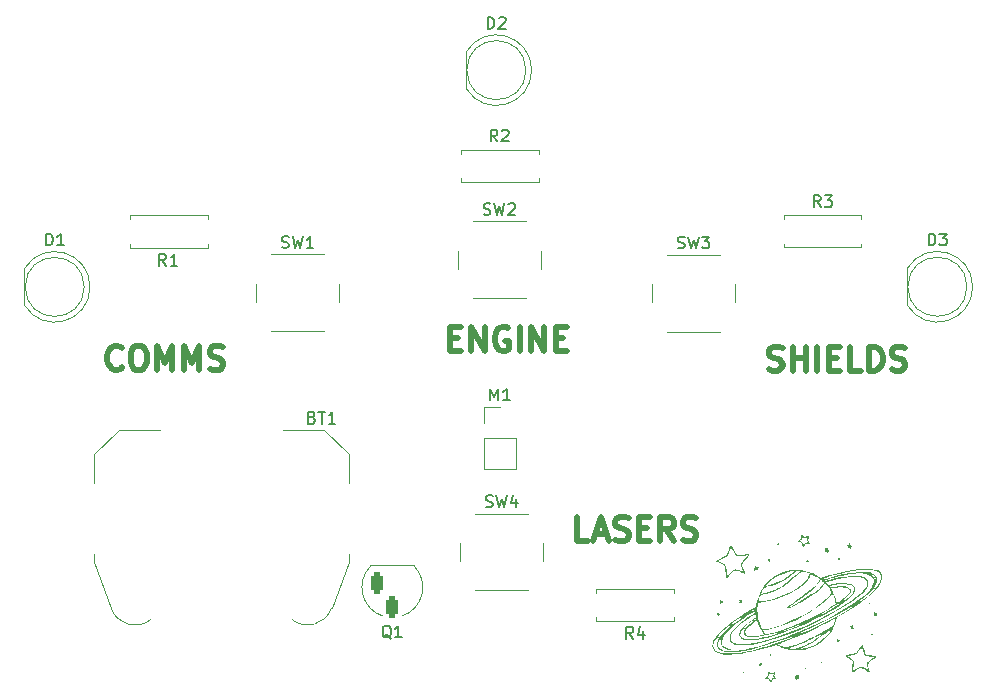
<source format=gto>
G04 #@! TF.GenerationSoftware,KiCad,Pcbnew,9.0.2*
G04 #@! TF.CreationDate,2025-07-01T12:20:16+05:30*
G04 #@! TF.ProjectId,solder,736f6c64-6572-42e6-9b69-6361645f7063,rev?*
G04 #@! TF.SameCoordinates,Original*
G04 #@! TF.FileFunction,Legend,Top*
G04 #@! TF.FilePolarity,Positive*
%FSLAX46Y46*%
G04 Gerber Fmt 4.6, Leading zero omitted, Abs format (unit mm)*
G04 Created by KiCad (PCBNEW 9.0.2) date 2025-07-01 12:20:16*
%MOMM*%
%LPD*%
G01*
G04 APERTURE LIST*
G04 Aperture macros list*
%AMRoundRect*
0 Rectangle with rounded corners*
0 $1 Rounding radius*
0 $2 $3 $4 $5 $6 $7 $8 $9 X,Y pos of 4 corners*
0 Add a 4 corners polygon primitive as box body*
4,1,4,$2,$3,$4,$5,$6,$7,$8,$9,$2,$3,0*
0 Add four circle primitives for the rounded corners*
1,1,$1+$1,$2,$3*
1,1,$1+$1,$4,$5*
1,1,$1+$1,$6,$7*
1,1,$1+$1,$8,$9*
0 Add four rect primitives between the rounded corners*
20,1,$1+$1,$2,$3,$4,$5,0*
20,1,$1+$1,$4,$5,$6,$7,0*
20,1,$1+$1,$6,$7,$8,$9,0*
20,1,$1+$1,$8,$9,$2,$3,0*%
G04 Aperture macros list end*
%ADD10C,0.500000*%
%ADD11C,0.150000*%
%ADD12C,0.000000*%
%ADD13C,0.120000*%
%ADD14R,1.700000X1.700000*%
%ADD15C,1.700000*%
%ADD16C,2.000000*%
%ADD17C,1.600000*%
%ADD18C,17.800000*%
%ADD19R,1.270000X5.080000*%
%ADD20C,1.800000*%
%ADD21R,1.800000X1.800000*%
%ADD22RoundRect,0.275000X0.275000X0.625000X-0.275000X0.625000X-0.275000X-0.625000X0.275000X-0.625000X0*%
%ADD23R,1.100000X1.800000*%
G04 APERTURE END LIST*
D10*
X86655137Y-95901619D02*
X87321804Y-95901619D01*
X87607518Y-96949238D02*
X86655137Y-96949238D01*
X86655137Y-96949238D02*
X86655137Y-94949238D01*
X86655137Y-94949238D02*
X87607518Y-94949238D01*
X88464661Y-96949238D02*
X88464661Y-94949238D01*
X88464661Y-94949238D02*
X89607518Y-96949238D01*
X89607518Y-96949238D02*
X89607518Y-94949238D01*
X91607518Y-95044476D02*
X91417042Y-94949238D01*
X91417042Y-94949238D02*
X91131328Y-94949238D01*
X91131328Y-94949238D02*
X90845613Y-95044476D01*
X90845613Y-95044476D02*
X90655137Y-95234952D01*
X90655137Y-95234952D02*
X90559899Y-95425428D01*
X90559899Y-95425428D02*
X90464661Y-95806380D01*
X90464661Y-95806380D02*
X90464661Y-96092095D01*
X90464661Y-96092095D02*
X90559899Y-96473047D01*
X90559899Y-96473047D02*
X90655137Y-96663523D01*
X90655137Y-96663523D02*
X90845613Y-96854000D01*
X90845613Y-96854000D02*
X91131328Y-96949238D01*
X91131328Y-96949238D02*
X91321804Y-96949238D01*
X91321804Y-96949238D02*
X91607518Y-96854000D01*
X91607518Y-96854000D02*
X91702756Y-96758761D01*
X91702756Y-96758761D02*
X91702756Y-96092095D01*
X91702756Y-96092095D02*
X91321804Y-96092095D01*
X92559899Y-96949238D02*
X92559899Y-94949238D01*
X93512280Y-96949238D02*
X93512280Y-94949238D01*
X93512280Y-94949238D02*
X94655137Y-96949238D01*
X94655137Y-96949238D02*
X94655137Y-94949238D01*
X95607518Y-95901619D02*
X96274185Y-95901619D01*
X96559899Y-96949238D02*
X95607518Y-96949238D01*
X95607518Y-96949238D02*
X95607518Y-94949238D01*
X95607518Y-94949238D02*
X96559899Y-94949238D01*
X113679899Y-98544000D02*
X113965613Y-98639238D01*
X113965613Y-98639238D02*
X114441804Y-98639238D01*
X114441804Y-98639238D02*
X114632280Y-98544000D01*
X114632280Y-98544000D02*
X114727518Y-98448761D01*
X114727518Y-98448761D02*
X114822756Y-98258285D01*
X114822756Y-98258285D02*
X114822756Y-98067809D01*
X114822756Y-98067809D02*
X114727518Y-97877333D01*
X114727518Y-97877333D02*
X114632280Y-97782095D01*
X114632280Y-97782095D02*
X114441804Y-97686857D01*
X114441804Y-97686857D02*
X114060851Y-97591619D01*
X114060851Y-97591619D02*
X113870375Y-97496380D01*
X113870375Y-97496380D02*
X113775137Y-97401142D01*
X113775137Y-97401142D02*
X113679899Y-97210666D01*
X113679899Y-97210666D02*
X113679899Y-97020190D01*
X113679899Y-97020190D02*
X113775137Y-96829714D01*
X113775137Y-96829714D02*
X113870375Y-96734476D01*
X113870375Y-96734476D02*
X114060851Y-96639238D01*
X114060851Y-96639238D02*
X114537042Y-96639238D01*
X114537042Y-96639238D02*
X114822756Y-96734476D01*
X115679899Y-98639238D02*
X115679899Y-96639238D01*
X115679899Y-97591619D02*
X116822756Y-97591619D01*
X116822756Y-98639238D02*
X116822756Y-96639238D01*
X117775137Y-98639238D02*
X117775137Y-96639238D01*
X118727518Y-97591619D02*
X119394185Y-97591619D01*
X119679899Y-98639238D02*
X118727518Y-98639238D01*
X118727518Y-98639238D02*
X118727518Y-96639238D01*
X118727518Y-96639238D02*
X119679899Y-96639238D01*
X121489423Y-98639238D02*
X120537042Y-98639238D01*
X120537042Y-98639238D02*
X120537042Y-96639238D01*
X122156090Y-98639238D02*
X122156090Y-96639238D01*
X122156090Y-96639238D02*
X122632280Y-96639238D01*
X122632280Y-96639238D02*
X122917995Y-96734476D01*
X122917995Y-96734476D02*
X123108471Y-96924952D01*
X123108471Y-96924952D02*
X123203709Y-97115428D01*
X123203709Y-97115428D02*
X123298947Y-97496380D01*
X123298947Y-97496380D02*
X123298947Y-97782095D01*
X123298947Y-97782095D02*
X123203709Y-98163047D01*
X123203709Y-98163047D02*
X123108471Y-98353523D01*
X123108471Y-98353523D02*
X122917995Y-98544000D01*
X122917995Y-98544000D02*
X122632280Y-98639238D01*
X122632280Y-98639238D02*
X122156090Y-98639238D01*
X124060852Y-98544000D02*
X124346566Y-98639238D01*
X124346566Y-98639238D02*
X124822757Y-98639238D01*
X124822757Y-98639238D02*
X125013233Y-98544000D01*
X125013233Y-98544000D02*
X125108471Y-98448761D01*
X125108471Y-98448761D02*
X125203709Y-98258285D01*
X125203709Y-98258285D02*
X125203709Y-98067809D01*
X125203709Y-98067809D02*
X125108471Y-97877333D01*
X125108471Y-97877333D02*
X125013233Y-97782095D01*
X125013233Y-97782095D02*
X124822757Y-97686857D01*
X124822757Y-97686857D02*
X124441804Y-97591619D01*
X124441804Y-97591619D02*
X124251328Y-97496380D01*
X124251328Y-97496380D02*
X124156090Y-97401142D01*
X124156090Y-97401142D02*
X124060852Y-97210666D01*
X124060852Y-97210666D02*
X124060852Y-97020190D01*
X124060852Y-97020190D02*
X124156090Y-96829714D01*
X124156090Y-96829714D02*
X124251328Y-96734476D01*
X124251328Y-96734476D02*
X124441804Y-96639238D01*
X124441804Y-96639238D02*
X124917995Y-96639238D01*
X124917995Y-96639238D02*
X125203709Y-96734476D01*
X58887994Y-98368761D02*
X58792756Y-98464000D01*
X58792756Y-98464000D02*
X58507042Y-98559238D01*
X58507042Y-98559238D02*
X58316566Y-98559238D01*
X58316566Y-98559238D02*
X58030851Y-98464000D01*
X58030851Y-98464000D02*
X57840375Y-98273523D01*
X57840375Y-98273523D02*
X57745137Y-98083047D01*
X57745137Y-98083047D02*
X57649899Y-97702095D01*
X57649899Y-97702095D02*
X57649899Y-97416380D01*
X57649899Y-97416380D02*
X57745137Y-97035428D01*
X57745137Y-97035428D02*
X57840375Y-96844952D01*
X57840375Y-96844952D02*
X58030851Y-96654476D01*
X58030851Y-96654476D02*
X58316566Y-96559238D01*
X58316566Y-96559238D02*
X58507042Y-96559238D01*
X58507042Y-96559238D02*
X58792756Y-96654476D01*
X58792756Y-96654476D02*
X58887994Y-96749714D01*
X60126089Y-96559238D02*
X60507042Y-96559238D01*
X60507042Y-96559238D02*
X60697518Y-96654476D01*
X60697518Y-96654476D02*
X60887994Y-96844952D01*
X60887994Y-96844952D02*
X60983232Y-97225904D01*
X60983232Y-97225904D02*
X60983232Y-97892571D01*
X60983232Y-97892571D02*
X60887994Y-98273523D01*
X60887994Y-98273523D02*
X60697518Y-98464000D01*
X60697518Y-98464000D02*
X60507042Y-98559238D01*
X60507042Y-98559238D02*
X60126089Y-98559238D01*
X60126089Y-98559238D02*
X59935613Y-98464000D01*
X59935613Y-98464000D02*
X59745137Y-98273523D01*
X59745137Y-98273523D02*
X59649899Y-97892571D01*
X59649899Y-97892571D02*
X59649899Y-97225904D01*
X59649899Y-97225904D02*
X59745137Y-96844952D01*
X59745137Y-96844952D02*
X59935613Y-96654476D01*
X59935613Y-96654476D02*
X60126089Y-96559238D01*
X61840375Y-98559238D02*
X61840375Y-96559238D01*
X61840375Y-96559238D02*
X62507042Y-97987809D01*
X62507042Y-97987809D02*
X63173708Y-96559238D01*
X63173708Y-96559238D02*
X63173708Y-98559238D01*
X64126089Y-98559238D02*
X64126089Y-96559238D01*
X64126089Y-96559238D02*
X64792756Y-97987809D01*
X64792756Y-97987809D02*
X65459422Y-96559238D01*
X65459422Y-96559238D02*
X65459422Y-98559238D01*
X66316565Y-98464000D02*
X66602279Y-98559238D01*
X66602279Y-98559238D02*
X67078470Y-98559238D01*
X67078470Y-98559238D02*
X67268946Y-98464000D01*
X67268946Y-98464000D02*
X67364184Y-98368761D01*
X67364184Y-98368761D02*
X67459422Y-98178285D01*
X67459422Y-98178285D02*
X67459422Y-97987809D01*
X67459422Y-97987809D02*
X67364184Y-97797333D01*
X67364184Y-97797333D02*
X67268946Y-97702095D01*
X67268946Y-97702095D02*
X67078470Y-97606857D01*
X67078470Y-97606857D02*
X66697517Y-97511619D01*
X66697517Y-97511619D02*
X66507041Y-97416380D01*
X66507041Y-97416380D02*
X66411803Y-97321142D01*
X66411803Y-97321142D02*
X66316565Y-97130666D01*
X66316565Y-97130666D02*
X66316565Y-96940190D01*
X66316565Y-96940190D02*
X66411803Y-96749714D01*
X66411803Y-96749714D02*
X66507041Y-96654476D01*
X66507041Y-96654476D02*
X66697517Y-96559238D01*
X66697517Y-96559238D02*
X67173708Y-96559238D01*
X67173708Y-96559238D02*
X67459422Y-96654476D01*
X98377518Y-113039238D02*
X97425137Y-113039238D01*
X97425137Y-113039238D02*
X97425137Y-111039238D01*
X98948947Y-112467809D02*
X99901328Y-112467809D01*
X98758471Y-113039238D02*
X99425137Y-111039238D01*
X99425137Y-111039238D02*
X100091804Y-113039238D01*
X100663233Y-112944000D02*
X100948947Y-113039238D01*
X100948947Y-113039238D02*
X101425138Y-113039238D01*
X101425138Y-113039238D02*
X101615614Y-112944000D01*
X101615614Y-112944000D02*
X101710852Y-112848761D01*
X101710852Y-112848761D02*
X101806090Y-112658285D01*
X101806090Y-112658285D02*
X101806090Y-112467809D01*
X101806090Y-112467809D02*
X101710852Y-112277333D01*
X101710852Y-112277333D02*
X101615614Y-112182095D01*
X101615614Y-112182095D02*
X101425138Y-112086857D01*
X101425138Y-112086857D02*
X101044185Y-111991619D01*
X101044185Y-111991619D02*
X100853709Y-111896380D01*
X100853709Y-111896380D02*
X100758471Y-111801142D01*
X100758471Y-111801142D02*
X100663233Y-111610666D01*
X100663233Y-111610666D02*
X100663233Y-111420190D01*
X100663233Y-111420190D02*
X100758471Y-111229714D01*
X100758471Y-111229714D02*
X100853709Y-111134476D01*
X100853709Y-111134476D02*
X101044185Y-111039238D01*
X101044185Y-111039238D02*
X101520376Y-111039238D01*
X101520376Y-111039238D02*
X101806090Y-111134476D01*
X102663233Y-111991619D02*
X103329900Y-111991619D01*
X103615614Y-113039238D02*
X102663233Y-113039238D01*
X102663233Y-113039238D02*
X102663233Y-111039238D01*
X102663233Y-111039238D02*
X103615614Y-111039238D01*
X105615614Y-113039238D02*
X104948947Y-112086857D01*
X104472757Y-113039238D02*
X104472757Y-111039238D01*
X104472757Y-111039238D02*
X105234662Y-111039238D01*
X105234662Y-111039238D02*
X105425138Y-111134476D01*
X105425138Y-111134476D02*
X105520376Y-111229714D01*
X105520376Y-111229714D02*
X105615614Y-111420190D01*
X105615614Y-111420190D02*
X105615614Y-111705904D01*
X105615614Y-111705904D02*
X105520376Y-111896380D01*
X105520376Y-111896380D02*
X105425138Y-111991619D01*
X105425138Y-111991619D02*
X105234662Y-112086857D01*
X105234662Y-112086857D02*
X104472757Y-112086857D01*
X106377519Y-112944000D02*
X106663233Y-113039238D01*
X106663233Y-113039238D02*
X107139424Y-113039238D01*
X107139424Y-113039238D02*
X107329900Y-112944000D01*
X107329900Y-112944000D02*
X107425138Y-112848761D01*
X107425138Y-112848761D02*
X107520376Y-112658285D01*
X107520376Y-112658285D02*
X107520376Y-112467809D01*
X107520376Y-112467809D02*
X107425138Y-112277333D01*
X107425138Y-112277333D02*
X107329900Y-112182095D01*
X107329900Y-112182095D02*
X107139424Y-112086857D01*
X107139424Y-112086857D02*
X106758471Y-111991619D01*
X106758471Y-111991619D02*
X106567995Y-111896380D01*
X106567995Y-111896380D02*
X106472757Y-111801142D01*
X106472757Y-111801142D02*
X106377519Y-111610666D01*
X106377519Y-111610666D02*
X106377519Y-111420190D01*
X106377519Y-111420190D02*
X106472757Y-111229714D01*
X106472757Y-111229714D02*
X106567995Y-111134476D01*
X106567995Y-111134476D02*
X106758471Y-111039238D01*
X106758471Y-111039238D02*
X107234662Y-111039238D01*
X107234662Y-111039238D02*
X107520376Y-111134476D01*
D11*
X90080476Y-101164819D02*
X90080476Y-100164819D01*
X90080476Y-100164819D02*
X90413809Y-100879104D01*
X90413809Y-100879104D02*
X90747142Y-100164819D01*
X90747142Y-100164819D02*
X90747142Y-101164819D01*
X91747142Y-101164819D02*
X91175714Y-101164819D01*
X91461428Y-101164819D02*
X91461428Y-100164819D01*
X91461428Y-100164819D02*
X91366190Y-100307676D01*
X91366190Y-100307676D02*
X91270952Y-100402914D01*
X91270952Y-100402914D02*
X91175714Y-100450533D01*
X89516667Y-85407200D02*
X89659524Y-85454819D01*
X89659524Y-85454819D02*
X89897619Y-85454819D01*
X89897619Y-85454819D02*
X89992857Y-85407200D01*
X89992857Y-85407200D02*
X90040476Y-85359580D01*
X90040476Y-85359580D02*
X90088095Y-85264342D01*
X90088095Y-85264342D02*
X90088095Y-85169104D01*
X90088095Y-85169104D02*
X90040476Y-85073866D01*
X90040476Y-85073866D02*
X89992857Y-85026247D01*
X89992857Y-85026247D02*
X89897619Y-84978628D01*
X89897619Y-84978628D02*
X89707143Y-84931009D01*
X89707143Y-84931009D02*
X89611905Y-84883390D01*
X89611905Y-84883390D02*
X89564286Y-84835771D01*
X89564286Y-84835771D02*
X89516667Y-84740533D01*
X89516667Y-84740533D02*
X89516667Y-84645295D01*
X89516667Y-84645295D02*
X89564286Y-84550057D01*
X89564286Y-84550057D02*
X89611905Y-84502438D01*
X89611905Y-84502438D02*
X89707143Y-84454819D01*
X89707143Y-84454819D02*
X89945238Y-84454819D01*
X89945238Y-84454819D02*
X90088095Y-84502438D01*
X90421429Y-84454819D02*
X90659524Y-85454819D01*
X90659524Y-85454819D02*
X90850000Y-84740533D01*
X90850000Y-84740533D02*
X91040476Y-85454819D01*
X91040476Y-85454819D02*
X91278572Y-84454819D01*
X91611905Y-84550057D02*
X91659524Y-84502438D01*
X91659524Y-84502438D02*
X91754762Y-84454819D01*
X91754762Y-84454819D02*
X91992857Y-84454819D01*
X91992857Y-84454819D02*
X92088095Y-84502438D01*
X92088095Y-84502438D02*
X92135714Y-84550057D01*
X92135714Y-84550057D02*
X92183333Y-84645295D01*
X92183333Y-84645295D02*
X92183333Y-84740533D01*
X92183333Y-84740533D02*
X92135714Y-84883390D01*
X92135714Y-84883390D02*
X91564286Y-85454819D01*
X91564286Y-85454819D02*
X92183333Y-85454819D01*
X90683333Y-79229819D02*
X90350000Y-78753628D01*
X90111905Y-79229819D02*
X90111905Y-78229819D01*
X90111905Y-78229819D02*
X90492857Y-78229819D01*
X90492857Y-78229819D02*
X90588095Y-78277438D01*
X90588095Y-78277438D02*
X90635714Y-78325057D01*
X90635714Y-78325057D02*
X90683333Y-78420295D01*
X90683333Y-78420295D02*
X90683333Y-78563152D01*
X90683333Y-78563152D02*
X90635714Y-78658390D01*
X90635714Y-78658390D02*
X90588095Y-78706009D01*
X90588095Y-78706009D02*
X90492857Y-78753628D01*
X90492857Y-78753628D02*
X90111905Y-78753628D01*
X91064286Y-78325057D02*
X91111905Y-78277438D01*
X91111905Y-78277438D02*
X91207143Y-78229819D01*
X91207143Y-78229819D02*
X91445238Y-78229819D01*
X91445238Y-78229819D02*
X91540476Y-78277438D01*
X91540476Y-78277438D02*
X91588095Y-78325057D01*
X91588095Y-78325057D02*
X91635714Y-78420295D01*
X91635714Y-78420295D02*
X91635714Y-78515533D01*
X91635714Y-78515533D02*
X91588095Y-78658390D01*
X91588095Y-78658390D02*
X91016667Y-79229819D01*
X91016667Y-79229819D02*
X91635714Y-79229819D01*
X75004285Y-102601009D02*
X75147142Y-102648628D01*
X75147142Y-102648628D02*
X75194761Y-102696247D01*
X75194761Y-102696247D02*
X75242380Y-102791485D01*
X75242380Y-102791485D02*
X75242380Y-102934342D01*
X75242380Y-102934342D02*
X75194761Y-103029580D01*
X75194761Y-103029580D02*
X75147142Y-103077200D01*
X75147142Y-103077200D02*
X75051904Y-103124819D01*
X75051904Y-103124819D02*
X74670952Y-103124819D01*
X74670952Y-103124819D02*
X74670952Y-102124819D01*
X74670952Y-102124819D02*
X75004285Y-102124819D01*
X75004285Y-102124819D02*
X75099523Y-102172438D01*
X75099523Y-102172438D02*
X75147142Y-102220057D01*
X75147142Y-102220057D02*
X75194761Y-102315295D01*
X75194761Y-102315295D02*
X75194761Y-102410533D01*
X75194761Y-102410533D02*
X75147142Y-102505771D01*
X75147142Y-102505771D02*
X75099523Y-102553390D01*
X75099523Y-102553390D02*
X75004285Y-102601009D01*
X75004285Y-102601009D02*
X74670952Y-102601009D01*
X75528095Y-102124819D02*
X76099523Y-102124819D01*
X75813809Y-103124819D02*
X75813809Y-102124819D01*
X76956666Y-103124819D02*
X76385238Y-103124819D01*
X76670952Y-103124819D02*
X76670952Y-102124819D01*
X76670952Y-102124819D02*
X76575714Y-102267676D01*
X76575714Y-102267676D02*
X76480476Y-102362914D01*
X76480476Y-102362914D02*
X76385238Y-102410533D01*
X52461905Y-88044819D02*
X52461905Y-87044819D01*
X52461905Y-87044819D02*
X52700000Y-87044819D01*
X52700000Y-87044819D02*
X52842857Y-87092438D01*
X52842857Y-87092438D02*
X52938095Y-87187676D01*
X52938095Y-87187676D02*
X52985714Y-87282914D01*
X52985714Y-87282914D02*
X53033333Y-87473390D01*
X53033333Y-87473390D02*
X53033333Y-87616247D01*
X53033333Y-87616247D02*
X52985714Y-87806723D01*
X52985714Y-87806723D02*
X52938095Y-87901961D01*
X52938095Y-87901961D02*
X52842857Y-87997200D01*
X52842857Y-87997200D02*
X52700000Y-88044819D01*
X52700000Y-88044819D02*
X52461905Y-88044819D01*
X53985714Y-88044819D02*
X53414286Y-88044819D01*
X53700000Y-88044819D02*
X53700000Y-87044819D01*
X53700000Y-87044819D02*
X53604762Y-87187676D01*
X53604762Y-87187676D02*
X53509524Y-87282914D01*
X53509524Y-87282914D02*
X53414286Y-87330533D01*
X72436667Y-88207200D02*
X72579524Y-88254819D01*
X72579524Y-88254819D02*
X72817619Y-88254819D01*
X72817619Y-88254819D02*
X72912857Y-88207200D01*
X72912857Y-88207200D02*
X72960476Y-88159580D01*
X72960476Y-88159580D02*
X73008095Y-88064342D01*
X73008095Y-88064342D02*
X73008095Y-87969104D01*
X73008095Y-87969104D02*
X72960476Y-87873866D01*
X72960476Y-87873866D02*
X72912857Y-87826247D01*
X72912857Y-87826247D02*
X72817619Y-87778628D01*
X72817619Y-87778628D02*
X72627143Y-87731009D01*
X72627143Y-87731009D02*
X72531905Y-87683390D01*
X72531905Y-87683390D02*
X72484286Y-87635771D01*
X72484286Y-87635771D02*
X72436667Y-87540533D01*
X72436667Y-87540533D02*
X72436667Y-87445295D01*
X72436667Y-87445295D02*
X72484286Y-87350057D01*
X72484286Y-87350057D02*
X72531905Y-87302438D01*
X72531905Y-87302438D02*
X72627143Y-87254819D01*
X72627143Y-87254819D02*
X72865238Y-87254819D01*
X72865238Y-87254819D02*
X73008095Y-87302438D01*
X73341429Y-87254819D02*
X73579524Y-88254819D01*
X73579524Y-88254819D02*
X73770000Y-87540533D01*
X73770000Y-87540533D02*
X73960476Y-88254819D01*
X73960476Y-88254819D02*
X74198572Y-87254819D01*
X75103333Y-88254819D02*
X74531905Y-88254819D01*
X74817619Y-88254819D02*
X74817619Y-87254819D01*
X74817619Y-87254819D02*
X74722381Y-87397676D01*
X74722381Y-87397676D02*
X74627143Y-87492914D01*
X74627143Y-87492914D02*
X74531905Y-87540533D01*
X102173333Y-121324819D02*
X101840000Y-120848628D01*
X101601905Y-121324819D02*
X101601905Y-120324819D01*
X101601905Y-120324819D02*
X101982857Y-120324819D01*
X101982857Y-120324819D02*
X102078095Y-120372438D01*
X102078095Y-120372438D02*
X102125714Y-120420057D01*
X102125714Y-120420057D02*
X102173333Y-120515295D01*
X102173333Y-120515295D02*
X102173333Y-120658152D01*
X102173333Y-120658152D02*
X102125714Y-120753390D01*
X102125714Y-120753390D02*
X102078095Y-120801009D01*
X102078095Y-120801009D02*
X101982857Y-120848628D01*
X101982857Y-120848628D02*
X101601905Y-120848628D01*
X103030476Y-120658152D02*
X103030476Y-121324819D01*
X102792381Y-120277200D02*
X102554286Y-120991485D01*
X102554286Y-120991485D02*
X103173333Y-120991485D01*
X118048333Y-84794819D02*
X117715000Y-84318628D01*
X117476905Y-84794819D02*
X117476905Y-83794819D01*
X117476905Y-83794819D02*
X117857857Y-83794819D01*
X117857857Y-83794819D02*
X117953095Y-83842438D01*
X117953095Y-83842438D02*
X118000714Y-83890057D01*
X118000714Y-83890057D02*
X118048333Y-83985295D01*
X118048333Y-83985295D02*
X118048333Y-84128152D01*
X118048333Y-84128152D02*
X118000714Y-84223390D01*
X118000714Y-84223390D02*
X117953095Y-84271009D01*
X117953095Y-84271009D02*
X117857857Y-84318628D01*
X117857857Y-84318628D02*
X117476905Y-84318628D01*
X118381667Y-83794819D02*
X119000714Y-83794819D01*
X119000714Y-83794819D02*
X118667381Y-84175771D01*
X118667381Y-84175771D02*
X118810238Y-84175771D01*
X118810238Y-84175771D02*
X118905476Y-84223390D01*
X118905476Y-84223390D02*
X118953095Y-84271009D01*
X118953095Y-84271009D02*
X119000714Y-84366247D01*
X119000714Y-84366247D02*
X119000714Y-84604342D01*
X119000714Y-84604342D02*
X118953095Y-84699580D01*
X118953095Y-84699580D02*
X118905476Y-84747200D01*
X118905476Y-84747200D02*
X118810238Y-84794819D01*
X118810238Y-84794819D02*
X118524524Y-84794819D01*
X118524524Y-84794819D02*
X118429286Y-84747200D01*
X118429286Y-84747200D02*
X118381667Y-84699580D01*
X62628333Y-89754819D02*
X62295000Y-89278628D01*
X62056905Y-89754819D02*
X62056905Y-88754819D01*
X62056905Y-88754819D02*
X62437857Y-88754819D01*
X62437857Y-88754819D02*
X62533095Y-88802438D01*
X62533095Y-88802438D02*
X62580714Y-88850057D01*
X62580714Y-88850057D02*
X62628333Y-88945295D01*
X62628333Y-88945295D02*
X62628333Y-89088152D01*
X62628333Y-89088152D02*
X62580714Y-89183390D01*
X62580714Y-89183390D02*
X62533095Y-89231009D01*
X62533095Y-89231009D02*
X62437857Y-89278628D01*
X62437857Y-89278628D02*
X62056905Y-89278628D01*
X63580714Y-89754819D02*
X63009286Y-89754819D01*
X63295000Y-89754819D02*
X63295000Y-88754819D01*
X63295000Y-88754819D02*
X63199762Y-88897676D01*
X63199762Y-88897676D02*
X63104524Y-88992914D01*
X63104524Y-88992914D02*
X63009286Y-89040533D01*
X127196905Y-88034819D02*
X127196905Y-87034819D01*
X127196905Y-87034819D02*
X127435000Y-87034819D01*
X127435000Y-87034819D02*
X127577857Y-87082438D01*
X127577857Y-87082438D02*
X127673095Y-87177676D01*
X127673095Y-87177676D02*
X127720714Y-87272914D01*
X127720714Y-87272914D02*
X127768333Y-87463390D01*
X127768333Y-87463390D02*
X127768333Y-87606247D01*
X127768333Y-87606247D02*
X127720714Y-87796723D01*
X127720714Y-87796723D02*
X127673095Y-87891961D01*
X127673095Y-87891961D02*
X127577857Y-87987200D01*
X127577857Y-87987200D02*
X127435000Y-88034819D01*
X127435000Y-88034819D02*
X127196905Y-88034819D01*
X128101667Y-87034819D02*
X128720714Y-87034819D01*
X128720714Y-87034819D02*
X128387381Y-87415771D01*
X128387381Y-87415771D02*
X128530238Y-87415771D01*
X128530238Y-87415771D02*
X128625476Y-87463390D01*
X128625476Y-87463390D02*
X128673095Y-87511009D01*
X128673095Y-87511009D02*
X128720714Y-87606247D01*
X128720714Y-87606247D02*
X128720714Y-87844342D01*
X128720714Y-87844342D02*
X128673095Y-87939580D01*
X128673095Y-87939580D02*
X128625476Y-87987200D01*
X128625476Y-87987200D02*
X128530238Y-88034819D01*
X128530238Y-88034819D02*
X128244524Y-88034819D01*
X128244524Y-88034819D02*
X128149286Y-87987200D01*
X128149286Y-87987200D02*
X128101667Y-87939580D01*
X89856905Y-69694819D02*
X89856905Y-68694819D01*
X89856905Y-68694819D02*
X90095000Y-68694819D01*
X90095000Y-68694819D02*
X90237857Y-68742438D01*
X90237857Y-68742438D02*
X90333095Y-68837676D01*
X90333095Y-68837676D02*
X90380714Y-68932914D01*
X90380714Y-68932914D02*
X90428333Y-69123390D01*
X90428333Y-69123390D02*
X90428333Y-69266247D01*
X90428333Y-69266247D02*
X90380714Y-69456723D01*
X90380714Y-69456723D02*
X90333095Y-69551961D01*
X90333095Y-69551961D02*
X90237857Y-69647200D01*
X90237857Y-69647200D02*
X90095000Y-69694819D01*
X90095000Y-69694819D02*
X89856905Y-69694819D01*
X90809286Y-68790057D02*
X90856905Y-68742438D01*
X90856905Y-68742438D02*
X90952143Y-68694819D01*
X90952143Y-68694819D02*
X91190238Y-68694819D01*
X91190238Y-68694819D02*
X91285476Y-68742438D01*
X91285476Y-68742438D02*
X91333095Y-68790057D01*
X91333095Y-68790057D02*
X91380714Y-68885295D01*
X91380714Y-68885295D02*
X91380714Y-68980533D01*
X91380714Y-68980533D02*
X91333095Y-69123390D01*
X91333095Y-69123390D02*
X90761667Y-69694819D01*
X90761667Y-69694819D02*
X91380714Y-69694819D01*
X89696667Y-110157200D02*
X89839524Y-110204819D01*
X89839524Y-110204819D02*
X90077619Y-110204819D01*
X90077619Y-110204819D02*
X90172857Y-110157200D01*
X90172857Y-110157200D02*
X90220476Y-110109580D01*
X90220476Y-110109580D02*
X90268095Y-110014342D01*
X90268095Y-110014342D02*
X90268095Y-109919104D01*
X90268095Y-109919104D02*
X90220476Y-109823866D01*
X90220476Y-109823866D02*
X90172857Y-109776247D01*
X90172857Y-109776247D02*
X90077619Y-109728628D01*
X90077619Y-109728628D02*
X89887143Y-109681009D01*
X89887143Y-109681009D02*
X89791905Y-109633390D01*
X89791905Y-109633390D02*
X89744286Y-109585771D01*
X89744286Y-109585771D02*
X89696667Y-109490533D01*
X89696667Y-109490533D02*
X89696667Y-109395295D01*
X89696667Y-109395295D02*
X89744286Y-109300057D01*
X89744286Y-109300057D02*
X89791905Y-109252438D01*
X89791905Y-109252438D02*
X89887143Y-109204819D01*
X89887143Y-109204819D02*
X90125238Y-109204819D01*
X90125238Y-109204819D02*
X90268095Y-109252438D01*
X90601429Y-109204819D02*
X90839524Y-110204819D01*
X90839524Y-110204819D02*
X91030000Y-109490533D01*
X91030000Y-109490533D02*
X91220476Y-110204819D01*
X91220476Y-110204819D02*
X91458572Y-109204819D01*
X92268095Y-109538152D02*
X92268095Y-110204819D01*
X92030000Y-109157200D02*
X91791905Y-109871485D01*
X91791905Y-109871485D02*
X92410952Y-109871485D01*
X105956667Y-88247200D02*
X106099524Y-88294819D01*
X106099524Y-88294819D02*
X106337619Y-88294819D01*
X106337619Y-88294819D02*
X106432857Y-88247200D01*
X106432857Y-88247200D02*
X106480476Y-88199580D01*
X106480476Y-88199580D02*
X106528095Y-88104342D01*
X106528095Y-88104342D02*
X106528095Y-88009104D01*
X106528095Y-88009104D02*
X106480476Y-87913866D01*
X106480476Y-87913866D02*
X106432857Y-87866247D01*
X106432857Y-87866247D02*
X106337619Y-87818628D01*
X106337619Y-87818628D02*
X106147143Y-87771009D01*
X106147143Y-87771009D02*
X106051905Y-87723390D01*
X106051905Y-87723390D02*
X106004286Y-87675771D01*
X106004286Y-87675771D02*
X105956667Y-87580533D01*
X105956667Y-87580533D02*
X105956667Y-87485295D01*
X105956667Y-87485295D02*
X106004286Y-87390057D01*
X106004286Y-87390057D02*
X106051905Y-87342438D01*
X106051905Y-87342438D02*
X106147143Y-87294819D01*
X106147143Y-87294819D02*
X106385238Y-87294819D01*
X106385238Y-87294819D02*
X106528095Y-87342438D01*
X106861429Y-87294819D02*
X107099524Y-88294819D01*
X107099524Y-88294819D02*
X107290000Y-87580533D01*
X107290000Y-87580533D02*
X107480476Y-88294819D01*
X107480476Y-88294819D02*
X107718572Y-87294819D01*
X108004286Y-87294819D02*
X108623333Y-87294819D01*
X108623333Y-87294819D02*
X108290000Y-87675771D01*
X108290000Y-87675771D02*
X108432857Y-87675771D01*
X108432857Y-87675771D02*
X108528095Y-87723390D01*
X108528095Y-87723390D02*
X108575714Y-87771009D01*
X108575714Y-87771009D02*
X108623333Y-87866247D01*
X108623333Y-87866247D02*
X108623333Y-88104342D01*
X108623333Y-88104342D02*
X108575714Y-88199580D01*
X108575714Y-88199580D02*
X108528095Y-88247200D01*
X108528095Y-88247200D02*
X108432857Y-88294819D01*
X108432857Y-88294819D02*
X108147143Y-88294819D01*
X108147143Y-88294819D02*
X108051905Y-88247200D01*
X108051905Y-88247200D02*
X108004286Y-88199580D01*
X81684761Y-121330057D02*
X81589523Y-121282438D01*
X81589523Y-121282438D02*
X81494285Y-121187200D01*
X81494285Y-121187200D02*
X81351428Y-121044342D01*
X81351428Y-121044342D02*
X81256190Y-120996723D01*
X81256190Y-120996723D02*
X81160952Y-120996723D01*
X81208571Y-121234819D02*
X81113333Y-121187200D01*
X81113333Y-121187200D02*
X81018095Y-121091961D01*
X81018095Y-121091961D02*
X80970476Y-120901485D01*
X80970476Y-120901485D02*
X80970476Y-120568152D01*
X80970476Y-120568152D02*
X81018095Y-120377676D01*
X81018095Y-120377676D02*
X81113333Y-120282438D01*
X81113333Y-120282438D02*
X81208571Y-120234819D01*
X81208571Y-120234819D02*
X81399047Y-120234819D01*
X81399047Y-120234819D02*
X81494285Y-120282438D01*
X81494285Y-120282438D02*
X81589523Y-120377676D01*
X81589523Y-120377676D02*
X81637142Y-120568152D01*
X81637142Y-120568152D02*
X81637142Y-120901485D01*
X81637142Y-120901485D02*
X81589523Y-121091961D01*
X81589523Y-121091961D02*
X81494285Y-121187200D01*
X81494285Y-121187200D02*
X81399047Y-121234819D01*
X81399047Y-121234819D02*
X81208571Y-121234819D01*
X82589523Y-121234819D02*
X82018095Y-121234819D01*
X82303809Y-121234819D02*
X82303809Y-120234819D01*
X82303809Y-120234819D02*
X82208571Y-120377676D01*
X82208571Y-120377676D02*
X82113333Y-120472914D01*
X82113333Y-120472914D02*
X82018095Y-120520533D01*
D12*
G04 #@! TO.C,G\u002A\u002A\u002A*
G36*
X114492400Y-113262839D02*
G01*
X114516142Y-113330568D01*
X114509311Y-113390881D01*
X114460532Y-113425691D01*
X114452788Y-113426487D01*
X114401660Y-113398362D01*
X114396265Y-113390881D01*
X114389568Y-113329703D01*
X114413592Y-113262151D01*
X114452788Y-113230801D01*
X114492400Y-113262839D01*
G37*
G36*
X116476190Y-112482960D02*
G01*
X116543482Y-112541089D01*
X116585323Y-112587374D01*
X116705267Y-112730240D01*
X116909690Y-112669533D01*
X117037154Y-112637167D01*
X117100292Y-112641942D01*
X117105672Y-112692508D01*
X117059857Y-112797517D01*
X117038211Y-112838864D01*
X116965589Y-112975278D01*
X117078989Y-113118456D01*
X117146273Y-113208135D01*
X117186918Y-113271423D01*
X117192388Y-113285696D01*
X117157371Y-113294884D01*
X117067223Y-113293028D01*
X116983789Y-113285242D01*
X116862370Y-113273361D01*
X116794474Y-113280420D01*
X116755985Y-113315389D01*
X116725187Y-113381446D01*
X116665245Y-113503214D01*
X116614019Y-113548045D01*
X116565336Y-113515848D01*
X116513023Y-113406529D01*
X116502553Y-113378122D01*
X116457217Y-113260436D01*
X116415733Y-113197661D01*
X116356920Y-113170546D01*
X116262628Y-113160061D01*
X116147465Y-113140820D01*
X116105395Y-113102878D01*
X116124717Y-113065377D01*
X116257639Y-113065377D01*
X116374512Y-113088751D01*
X116468313Y-113129179D01*
X116534731Y-113219136D01*
X116552506Y-113258408D01*
X116613626Y-113404690D01*
X116669434Y-113298177D01*
X116726994Y-113222388D01*
X116811536Y-113193919D01*
X116865473Y-113191664D01*
X117005704Y-113191664D01*
X116941825Y-113094172D01*
X116902616Y-113019286D01*
X116902844Y-112949471D01*
X116934469Y-112861404D01*
X116990991Y-112726127D01*
X116893456Y-112763210D01*
X116769017Y-112796399D01*
X116675214Y-112777280D01*
X116583983Y-112704229D01*
X116487919Y-112608165D01*
X116487919Y-112739887D01*
X116464757Y-112859029D01*
X116383934Y-112958899D01*
X116372779Y-112968493D01*
X116257639Y-113065377D01*
X116124717Y-113065377D01*
X116136292Y-113042912D01*
X116240032Y-112957602D01*
X116254582Y-112947429D01*
X116350135Y-112873667D01*
X116395611Y-112805972D01*
X116409117Y-112711972D01*
X116409645Y-112670207D01*
X116415574Y-112559774D01*
X116430459Y-112484978D01*
X116437512Y-112472374D01*
X116476190Y-112482960D01*
G37*
G36*
X120552692Y-113282804D02*
G01*
X120558181Y-113325922D01*
X120581774Y-113406179D01*
X120643174Y-113433549D01*
X120715952Y-113461653D01*
X120744967Y-113503798D01*
X120722141Y-113537326D01*
X120682518Y-113543898D01*
X120625338Y-113561981D01*
X120625115Y-113622172D01*
X120618456Y-113683991D01*
X120574563Y-113701264D01*
X120522694Y-113670755D01*
X120502586Y-113635733D01*
X120478551Y-113593341D01*
X120446758Y-113614504D01*
X120426098Y-113641662D01*
X120375180Y-113684489D01*
X120348774Y-113670770D01*
X120338786Y-113601223D01*
X120346987Y-113566998D01*
X120343638Y-113514440D01*
X120307977Y-113504761D01*
X120251452Y-113488187D01*
X120255126Y-113453541D01*
X120312330Y-113423440D01*
X120333143Y-113419424D01*
X120412264Y-113374857D01*
X120433707Y-113318860D01*
X120466193Y-113246180D01*
X120515290Y-113234697D01*
X120552692Y-113282804D01*
G37*
G36*
X118663961Y-113642689D02*
G01*
X118679599Y-113721243D01*
X118700327Y-113804594D01*
X118738304Y-113842842D01*
X118790460Y-113883026D01*
X118785444Y-113922863D01*
X118742869Y-113935269D01*
X118690300Y-113968059D01*
X118668259Y-114013544D01*
X118631029Y-114081752D01*
X118588622Y-114081029D01*
X118563270Y-114015766D01*
X118562187Y-113992598D01*
X118553870Y-113924148D01*
X118517381Y-113918995D01*
X118489059Y-113932515D01*
X118412883Y-113954721D01*
X118388543Y-113924768D01*
X118425790Y-113856499D01*
X118431188Y-113850387D01*
X118466315Y-113795806D01*
X118450842Y-113778721D01*
X118410779Y-113747122D01*
X118405639Y-113720015D01*
X118428726Y-113667493D01*
X118478098Y-113673838D01*
X118506588Y-113705472D01*
X118541501Y-113720768D01*
X118569548Y-113685904D01*
X118622595Y-113627442D01*
X118663961Y-113642689D01*
G37*
G36*
X119633267Y-114479058D02*
G01*
X119640032Y-114484495D01*
X119676429Y-114538902D01*
X119653718Y-114586225D01*
X119597849Y-114633951D01*
X119536344Y-114622030D01*
X119504916Y-114603553D01*
X119471919Y-114567956D01*
X119498095Y-114520804D01*
X119515791Y-114502423D01*
X119577594Y-114459381D01*
X119633267Y-114479058D01*
G37*
G36*
X113748958Y-114581427D02*
G01*
X113772876Y-114626227D01*
X113768283Y-114639099D01*
X113775571Y-114680702D01*
X113784478Y-114685317D01*
X113795311Y-114721699D01*
X113774592Y-114761505D01*
X113708037Y-114804318D01*
X113643388Y-114793244D01*
X113580247Y-114744955D01*
X113579099Y-114683969D01*
X113617682Y-114627895D01*
X113654333Y-114627065D01*
X113702139Y-114622078D01*
X113709183Y-114602478D01*
X113733002Y-114575421D01*
X113748958Y-114581427D01*
G37*
G36*
X116958415Y-114675229D02*
G01*
X117005196Y-114717701D01*
X117029311Y-114779097D01*
X117021968Y-114826818D01*
X117001619Y-114835424D01*
X116933372Y-114848408D01*
X116907110Y-114857241D01*
X116847219Y-114845895D01*
X116825748Y-114815196D01*
X116828688Y-114737905D01*
X116880150Y-114681420D01*
X116953799Y-114673524D01*
X116958415Y-114675229D01*
G37*
G36*
X112567895Y-115142033D02*
G01*
X112593799Y-115187735D01*
X112632244Y-115243777D01*
X112708607Y-115243478D01*
X112713848Y-115242198D01*
X112788082Y-115243005D01*
X112810517Y-115277473D01*
X112770665Y-115320906D01*
X112751040Y-115329778D01*
X112713910Y-115363730D01*
X112734642Y-115429745D01*
X112760146Y-115507532D01*
X112733875Y-115531051D01*
X112666401Y-115493361D01*
X112654083Y-115482637D01*
X112596879Y-115438194D01*
X112562806Y-115451761D01*
X112530149Y-115515491D01*
X112479950Y-115595270D01*
X112439014Y-115614078D01*
X112421643Y-115570754D01*
X112426553Y-115523896D01*
X112428164Y-115455964D01*
X112391978Y-115449809D01*
X112346197Y-115438229D01*
X112339383Y-115411664D01*
X112372260Y-115355971D01*
X112419220Y-115332458D01*
X112475220Y-115300657D01*
X112478729Y-115232698D01*
X112473683Y-115210482D01*
X112466248Y-115133917D01*
X112502033Y-115109579D01*
X112508620Y-115109383D01*
X112567895Y-115142033D01*
G37*
G36*
X110485578Y-113423229D02*
G01*
X110551087Y-113505402D01*
X110636448Y-113631289D01*
X110732680Y-113788481D01*
X110735503Y-113793314D01*
X110833557Y-113957330D01*
X110922517Y-114098743D01*
X110992499Y-114202309D01*
X111033245Y-114252480D01*
X111075082Y-114271412D01*
X111146952Y-114275633D01*
X111262326Y-114264237D01*
X111434674Y-114236316D01*
X111529348Y-114219060D01*
X111758628Y-114179525D01*
X111915920Y-114162481D01*
X112005185Y-114171493D01*
X112030388Y-114210126D01*
X111995490Y-114281945D01*
X111904454Y-114390512D01*
X111819455Y-114480008D01*
X111639317Y-114669930D01*
X111512775Y-114820895D01*
X111436133Y-114947277D01*
X111405690Y-115063448D01*
X111417749Y-115183782D01*
X111468610Y-115322653D01*
X111554576Y-115494432D01*
X111557161Y-115499307D01*
X111624089Y-115635782D01*
X111668244Y-115746613D01*
X111682868Y-115813867D01*
X111679558Y-115824000D01*
X111631521Y-115823855D01*
X111530849Y-115795734D01*
X111395653Y-115745158D01*
X111331277Y-115717821D01*
X111119417Y-115632436D01*
X110955550Y-115589172D01*
X110821534Y-115588285D01*
X110699225Y-115630029D01*
X110570479Y-115714660D01*
X110552374Y-115728786D01*
X110426828Y-115837986D01*
X110309162Y-115956516D01*
X110253339Y-116022314D01*
X110166881Y-116123937D01*
X110106375Y-116161830D01*
X110060786Y-116141251D01*
X110046172Y-116120981D01*
X110032745Y-116065678D01*
X110017461Y-115949813D01*
X110002307Y-115791005D01*
X109990583Y-115628496D01*
X109974838Y-115411719D01*
X109951897Y-115257115D01*
X109911141Y-115148658D01*
X109841952Y-115070320D01*
X109733712Y-115006074D01*
X109575803Y-114939895D01*
X109520141Y-114918414D01*
X109381725Y-114859015D01*
X109275549Y-114801618D01*
X109220193Y-114756618D01*
X109216474Y-114748532D01*
X109220945Y-114741095D01*
X109347804Y-114741095D01*
X109581421Y-114832127D01*
X109729275Y-114902626D01*
X109865816Y-114989077D01*
X109937141Y-115049277D01*
X109991802Y-115109906D01*
X110028626Y-115169181D01*
X110052685Y-115245426D01*
X110069047Y-115356967D01*
X110082785Y-115522129D01*
X110087747Y-115593582D01*
X110116251Y-116011770D01*
X110384938Y-115758304D01*
X110552199Y-115611263D01*
X110684530Y-115520520D01*
X110792630Y-115478774D01*
X110795187Y-115478281D01*
X110886261Y-115473578D01*
X111001955Y-115492855D01*
X111154330Y-115539603D01*
X111355449Y-115617313D01*
X111527471Y-115690168D01*
X111529572Y-115669624D01*
X111497745Y-115602156D01*
X111480550Y-115571952D01*
X111383674Y-115378185D01*
X111321466Y-115191286D01*
X111300194Y-115032762D01*
X111306218Y-114973723D01*
X111350017Y-114882797D01*
X111446441Y-114752484D01*
X111587633Y-114593088D01*
X111630350Y-114548519D01*
X111759065Y-114413566D01*
X111835967Y-114325317D01*
X111866058Y-114276637D01*
X111854342Y-114260392D01*
X111830600Y-114262969D01*
X111581739Y-114313608D01*
X111391340Y-114345870D01*
X111242442Y-114362305D01*
X111146439Y-114365778D01*
X111069807Y-114363604D01*
X111009074Y-114350334D01*
X110954687Y-114315844D01*
X110897092Y-114250011D01*
X110826736Y-114142713D01*
X110734064Y-113983825D01*
X110656537Y-113846672D01*
X110578318Y-113715839D01*
X110512406Y-113620302D01*
X110468652Y-113573677D01*
X110458372Y-113572712D01*
X110434888Y-113621297D01*
X110395052Y-113725766D01*
X110345868Y-113867293D01*
X110323456Y-113935269D01*
X110270225Y-114090889D01*
X110220614Y-114221238D01*
X110182676Y-114305678D01*
X110172544Y-114322013D01*
X110120908Y-114359979D01*
X110014472Y-114420810D01*
X109869897Y-114495420D01*
X109738682Y-114558593D01*
X109347804Y-114741095D01*
X109220945Y-114741095D01*
X109242950Y-114704488D01*
X109337995Y-114641013D01*
X109504193Y-114556502D01*
X109588276Y-114517755D01*
X109753076Y-114442559D01*
X109896182Y-114375785D01*
X109999355Y-114326029D01*
X110038970Y-114305394D01*
X110078792Y-114253540D01*
X110134548Y-114142952D01*
X110198859Y-113989616D01*
X110254225Y-113839094D01*
X110316566Y-113668950D01*
X110374569Y-113528266D01*
X110421445Y-113432452D01*
X110448900Y-113397182D01*
X110485578Y-113423229D01*
G37*
G36*
X111220748Y-118042014D02*
G01*
X111223029Y-118043884D01*
X111287981Y-118072985D01*
X111337902Y-118047560D01*
X111395790Y-118026148D01*
X111420952Y-118060854D01*
X111402306Y-118119360D01*
X111384493Y-118198584D01*
X111389885Y-118244687D01*
X111383827Y-118306046D01*
X111341328Y-118314944D01*
X111300141Y-118276081D01*
X111261067Y-118254700D01*
X111231299Y-118276081D01*
X111167384Y-118312911D01*
X111108261Y-118312459D01*
X111086995Y-118281436D01*
X111117001Y-118233617D01*
X111153636Y-118206949D01*
X111197997Y-118168075D01*
X111176756Y-118117529D01*
X111167627Y-118106216D01*
X111134722Y-118040177D01*
X111157642Y-118012911D01*
X111220748Y-118042014D01*
G37*
G36*
X109630536Y-118055314D02*
G01*
X109640012Y-118065552D01*
X109716609Y-118105596D01*
X109761858Y-118101620D01*
X109822469Y-118104738D01*
X109832173Y-118144883D01*
X109799143Y-118179378D01*
X109779750Y-118229691D01*
X109785866Y-118286132D01*
X109792042Y-118346387D01*
X109753875Y-118349719D01*
X109738094Y-118344123D01*
X109653719Y-118342060D01*
X109615367Y-118361073D01*
X109569950Y-118377078D01*
X109529370Y-118329852D01*
X109514926Y-118300240D01*
X109487265Y-118218599D01*
X109504510Y-118174116D01*
X109518964Y-118163653D01*
X109551176Y-118114337D01*
X109545454Y-118090886D01*
X109538409Y-118042218D01*
X109576326Y-118027801D01*
X109630536Y-118055314D01*
G37*
G36*
X122215837Y-118302299D02*
G01*
X122254402Y-118346456D01*
X122241749Y-118402916D01*
X122188079Y-118435455D01*
X122178185Y-118436040D01*
X122133974Y-118403430D01*
X122123667Y-118357766D01*
X122130161Y-118293134D01*
X122166688Y-118285301D01*
X122215837Y-118302299D01*
G37*
G36*
X109468980Y-119169652D02*
G01*
X109473286Y-119219252D01*
X109491913Y-119232029D01*
X109519157Y-119258045D01*
X109487142Y-119289702D01*
X109453976Y-119343452D01*
X109460099Y-119370955D01*
X109462712Y-119408666D01*
X109423573Y-119409405D01*
X109387791Y-119385115D01*
X109323904Y-119356216D01*
X109316022Y-119355762D01*
X109280412Y-119322464D01*
X109267118Y-119267704D01*
X109280285Y-119199318D01*
X109309595Y-119179645D01*
X109387170Y-119166250D01*
X109426886Y-119153426D01*
X109473713Y-119146715D01*
X109468980Y-119169652D01*
G37*
G36*
X122678629Y-119125198D02*
G01*
X122691155Y-119140508D01*
X122746197Y-119173052D01*
X122793617Y-119179645D01*
X122847670Y-119195147D01*
X122841206Y-119228567D01*
X122820571Y-119307409D01*
X122822400Y-119349591D01*
X122816856Y-119400566D01*
X122762599Y-119398822D01*
X122752933Y-119395875D01*
X122687571Y-119390859D01*
X122671586Y-119411831D01*
X122639647Y-119448160D01*
X122608693Y-119453605D01*
X122564129Y-119429272D01*
X122567358Y-119397428D01*
X122561802Y-119339033D01*
X122542192Y-119324046D01*
X122515549Y-119296250D01*
X122541332Y-119258043D01*
X122570747Y-119187558D01*
X122566498Y-119155308D01*
X122576043Y-119113193D01*
X122624862Y-119101798D01*
X122678629Y-119125198D01*
G37*
G36*
X120826802Y-120218056D02*
G01*
X120814923Y-120272239D01*
X120788802Y-120303169D01*
X120774722Y-120347001D01*
X120831272Y-120392430D01*
X120832141Y-120392897D01*
X120889421Y-120439699D01*
X120877139Y-120480965D01*
X120819906Y-120500051D01*
X120780287Y-120476857D01*
X120722966Y-120453585D01*
X120675993Y-120490257D01*
X120618124Y-120538633D01*
X120570571Y-120548240D01*
X120558181Y-120527304D01*
X120574579Y-120478547D01*
X120596602Y-120433373D01*
X120612703Y-120368938D01*
X120577033Y-120339331D01*
X120520619Y-120297675D01*
X120529045Y-120259311D01*
X120591534Y-120247746D01*
X120616887Y-120252419D01*
X120691095Y-120257929D01*
X120714730Y-120237094D01*
X120746417Y-120201715D01*
X120773435Y-120197211D01*
X120826802Y-120218056D01*
G37*
G36*
X122432197Y-120937665D02*
G01*
X122444916Y-120952667D01*
X122473026Y-121022969D01*
X122437213Y-121063957D01*
X122420434Y-121071138D01*
X122361872Y-121059404D01*
X122340834Y-121029533D01*
X122342688Y-120966321D01*
X122382525Y-120928769D01*
X122432197Y-120937665D01*
G37*
G36*
X119529298Y-121388644D02*
G01*
X119600713Y-121408502D01*
X119619659Y-121410462D01*
X119644354Y-121442999D01*
X119647266Y-121488736D01*
X119630840Y-121552464D01*
X119613762Y-121567011D01*
X119556050Y-121579570D01*
X119529298Y-121588828D01*
X119469178Y-121577869D01*
X119449051Y-121549691D01*
X119439688Y-121464882D01*
X119469175Y-121401663D01*
X119524127Y-121386898D01*
X119529298Y-121388644D01*
G37*
G36*
X122427945Y-115447804D02*
G01*
X122688507Y-115488577D01*
X122893557Y-115554291D01*
X123049912Y-115646963D01*
X123164389Y-115768612D01*
X123227474Y-115881454D01*
X123275395Y-116085100D01*
X123252045Y-116313349D01*
X123159661Y-116563910D01*
X123000482Y-116834496D01*
X122776746Y-117122816D01*
X122490691Y-117426582D01*
X122144554Y-117743504D01*
X121740576Y-118071293D01*
X121280993Y-118407660D01*
X120768043Y-118750315D01*
X120203966Y-119096970D01*
X119925857Y-119258331D01*
X119430512Y-119540670D01*
X119365347Y-119800450D01*
X119212440Y-120252728D01*
X118991259Y-120675951D01*
X118708321Y-121064150D01*
X118370144Y-121411358D01*
X117983246Y-121711608D01*
X117554145Y-121958932D01*
X117089357Y-122147362D01*
X116685863Y-122253806D01*
X116492507Y-122286241D01*
X116296397Y-122303086D01*
X116070386Y-122305856D01*
X115864598Y-122299592D01*
X115470169Y-122267753D01*
X115128019Y-122205077D01*
X115092793Y-122193907D01*
X116233528Y-122193907D01*
X116487919Y-122171469D01*
X116645739Y-122147768D01*
X116841397Y-122104500D01*
X117039518Y-122049786D01*
X117094545Y-122032221D01*
X117545626Y-121848870D01*
X117949514Y-121610646D01*
X118323259Y-121307392D01*
X118343913Y-121288026D01*
X118480029Y-121153896D01*
X118611041Y-121015019D01*
X118727762Y-120882451D01*
X118821003Y-120767250D01*
X118881576Y-120680472D01*
X118900293Y-120633176D01*
X118892607Y-120627719D01*
X118851891Y-120648984D01*
X118756243Y-120708604D01*
X118615047Y-120800316D01*
X118437683Y-120917856D01*
X118233533Y-121054961D01*
X118011980Y-121205369D01*
X117782404Y-121362815D01*
X117554188Y-121521038D01*
X117547708Y-121525559D01*
X117170665Y-121765766D01*
X116781277Y-121972086D01*
X116443518Y-122116128D01*
X116233528Y-122193907D01*
X115092793Y-122193907D01*
X114889306Y-122129383D01*
X115299523Y-122129383D01*
X115321467Y-122142933D01*
X115372511Y-122156060D01*
X115582832Y-122187637D01*
X115801189Y-122179856D01*
X116047030Y-122130551D01*
X116295248Y-122053291D01*
X116574971Y-121950097D01*
X116821795Y-121844208D01*
X117056563Y-121724637D01*
X117300118Y-121580398D01*
X117573302Y-121400503D01*
X117701170Y-121312172D01*
X117924708Y-121154497D01*
X118093107Y-121032138D01*
X118204541Y-120946622D01*
X118257179Y-120899475D01*
X118249196Y-120892224D01*
X118178761Y-120926397D01*
X118131679Y-120952582D01*
X117998791Y-121023968D01*
X117814692Y-121117149D01*
X117591731Y-121226395D01*
X117342254Y-121345974D01*
X117078611Y-121470155D01*
X116813150Y-121593207D01*
X116558217Y-121709398D01*
X116326162Y-121812996D01*
X116129333Y-121898271D01*
X115980077Y-121959491D01*
X115900862Y-121988023D01*
X115732238Y-122034886D01*
X115559121Y-122075954D01*
X115450785Y-122096853D01*
X115340146Y-122115902D01*
X115299523Y-122129383D01*
X114889306Y-122129383D01*
X114816441Y-122106278D01*
X114529917Y-121974635D01*
X114273101Y-121839682D01*
X114040064Y-121921051D01*
X113771551Y-122009554D01*
X113449068Y-122107534D01*
X113095328Y-122208765D01*
X112733044Y-122307021D01*
X112384928Y-122396075D01*
X112073693Y-122469702D01*
X111913205Y-122504066D01*
X111323799Y-122608815D01*
X110787641Y-122673922D01*
X110308571Y-122699122D01*
X109890426Y-122684151D01*
X109682784Y-122657869D01*
X109395661Y-122584171D01*
X109167667Y-122470475D01*
X109002213Y-122320642D01*
X108902710Y-122138534D01*
X108872570Y-121928011D01*
X108876748Y-121897225D01*
X108971984Y-121897225D01*
X108987546Y-122093263D01*
X109070441Y-122260580D01*
X109221248Y-122396558D01*
X109440549Y-122498574D01*
X109456863Y-122503864D01*
X109668804Y-122550439D01*
X109941477Y-122578366D01*
X110259626Y-122587779D01*
X110607997Y-122578808D01*
X110971332Y-122551586D01*
X111334376Y-122506245D01*
X111455996Y-122486560D01*
X112164214Y-122343905D01*
X112921601Y-122152588D01*
X113719016Y-121916165D01*
X114047303Y-121805993D01*
X114453815Y-121805993D01*
X114486266Y-121835847D01*
X114570471Y-121881925D01*
X114684303Y-121934599D01*
X114805634Y-121984240D01*
X114912337Y-122021219D01*
X114982166Y-122035907D01*
X115057009Y-122031521D01*
X115185081Y-122019212D01*
X115342022Y-122001386D01*
X115384931Y-121996097D01*
X115586317Y-121962004D01*
X115803692Y-121911564D01*
X115990087Y-121855680D01*
X115990530Y-121855523D01*
X116134966Y-121798165D01*
X116336081Y-121709584D01*
X116581736Y-121595852D01*
X116859793Y-121463043D01*
X117158114Y-121317232D01*
X117464560Y-121164490D01*
X117766993Y-121010893D01*
X118053275Y-120862513D01*
X118090046Y-120842974D01*
X118327365Y-120842974D01*
X118346933Y-120862542D01*
X118366502Y-120842974D01*
X118346933Y-120823405D01*
X118327365Y-120842974D01*
X118090046Y-120842974D01*
X118311267Y-120725423D01*
X118528831Y-120605699D01*
X118591695Y-120569014D01*
X118757873Y-120569014D01*
X118777442Y-120588582D01*
X118797010Y-120569014D01*
X118777442Y-120549445D01*
X118757873Y-120569014D01*
X118591695Y-120569014D01*
X118629595Y-120546897D01*
X118845743Y-120546897D01*
X118851096Y-120549445D01*
X118886812Y-120521893D01*
X118894853Y-120510308D01*
X118904826Y-120473719D01*
X118899472Y-120471171D01*
X118863757Y-120498723D01*
X118855716Y-120510308D01*
X118845743Y-120546897D01*
X118629595Y-120546897D01*
X118693829Y-120509412D01*
X118743808Y-120477895D01*
X118757723Y-120468623D01*
X118963154Y-120468623D01*
X118968508Y-120471171D01*
X119004224Y-120443619D01*
X119012264Y-120432034D01*
X119022237Y-120395445D01*
X119016884Y-120392897D01*
X118981168Y-120420448D01*
X118973127Y-120432034D01*
X118963154Y-120468623D01*
X118757723Y-120468623D01*
X118904174Y-120371040D01*
X119012430Y-120290497D01*
X119083084Y-120221482D01*
X119130643Y-120149211D01*
X119169617Y-120058898D01*
X119178603Y-120034804D01*
X119239225Y-119870204D01*
X119275479Y-119756998D01*
X119280006Y-119692550D01*
X119245445Y-119674226D01*
X119164437Y-119699389D01*
X119029621Y-119765404D01*
X118833638Y-119869635D01*
X118786970Y-119894560D01*
X118197653Y-120197564D01*
X117555517Y-120507501D01*
X116884045Y-120813861D01*
X116206724Y-121106130D01*
X115547038Y-121373799D01*
X115109362Y-121540520D01*
X114898983Y-121619466D01*
X114716564Y-121690296D01*
X114573813Y-121748268D01*
X114482441Y-121788638D01*
X114453815Y-121805993D01*
X114047303Y-121805993D01*
X114547316Y-121638190D01*
X115397361Y-121322221D01*
X116260008Y-120971812D01*
X117126116Y-120590520D01*
X117986544Y-120181900D01*
X118832150Y-119749509D01*
X119648672Y-119299831D01*
X120341679Y-118890794D01*
X120958641Y-118499818D01*
X121499655Y-118126815D01*
X121964817Y-117771702D01*
X122354223Y-117434391D01*
X122667971Y-117114797D01*
X122906157Y-116812834D01*
X123068877Y-116528415D01*
X123156229Y-116261456D01*
X123169305Y-116168919D01*
X123175678Y-116030631D01*
X123160075Y-115937954D01*
X123116146Y-115859803D01*
X123102559Y-115842113D01*
X122951039Y-115711208D01*
X122733044Y-115613154D01*
X122453021Y-115547680D01*
X122115413Y-115514511D01*
X121724666Y-115513374D01*
X121285226Y-115543996D01*
X120801537Y-115606104D01*
X120278044Y-115699423D01*
X119719193Y-115823682D01*
X119129429Y-115978606D01*
X118669814Y-116114659D01*
X118493949Y-116171664D01*
X118349136Y-116223368D01*
X118249737Y-116264297D01*
X118210117Y-116288978D01*
X118209953Y-116289905D01*
X118230358Y-116317358D01*
X118297590Y-116315845D01*
X118420675Y-116284102D01*
X118546276Y-116242741D01*
X118740985Y-116181428D01*
X118992760Y-116111014D01*
X119281652Y-116036386D01*
X119587714Y-115962433D01*
X119890998Y-115894041D01*
X120171554Y-115836097D01*
X120315596Y-115809274D01*
X120572079Y-115771975D01*
X120877827Y-115740318D01*
X121203887Y-115716974D01*
X121420737Y-115707268D01*
X121741455Y-115701065D01*
X121997114Y-115707582D01*
X122200275Y-115729425D01*
X122363497Y-115769203D01*
X122499340Y-115829524D01*
X122620365Y-115912994D01*
X122685275Y-115969820D01*
X122777553Y-116061360D01*
X122826030Y-116136089D01*
X122844733Y-116226769D01*
X122847703Y-116349179D01*
X122831715Y-116534332D01*
X122778918Y-116708668D01*
X122682062Y-116885342D01*
X122533897Y-117077509D01*
X122327174Y-117298325D01*
X122321526Y-117303993D01*
X121984874Y-117614454D01*
X121579470Y-117941823D01*
X121112026Y-118282224D01*
X120589256Y-118631784D01*
X120017871Y-118986626D01*
X119404585Y-119342876D01*
X118756110Y-119696659D01*
X118079158Y-120044100D01*
X117380443Y-120381325D01*
X116666677Y-120704457D01*
X115944573Y-121009623D01*
X115803019Y-121066845D01*
X115119812Y-121331736D01*
X114450970Y-121573047D01*
X113802094Y-121789411D01*
X113178784Y-121979458D01*
X112586641Y-122141819D01*
X112031265Y-122275126D01*
X111518255Y-122378010D01*
X111053213Y-122449103D01*
X110641737Y-122487035D01*
X110289430Y-122490438D01*
X110065265Y-122469178D01*
X109773510Y-122399094D01*
X109549431Y-122291692D01*
X109393488Y-122149769D01*
X109306141Y-121976120D01*
X109287853Y-121773541D01*
X109291109Y-121759006D01*
X109376147Y-121759006D01*
X109387963Y-121940840D01*
X109470655Y-122100592D01*
X109618363Y-122231635D01*
X109825230Y-122327345D01*
X109896807Y-122347889D01*
X110028285Y-122366498D01*
X110220225Y-122374549D01*
X110455637Y-122372815D01*
X110717533Y-122362068D01*
X110988923Y-122343083D01*
X111252818Y-122316631D01*
X111492232Y-122283485D01*
X111556640Y-122272370D01*
X112066420Y-122166552D01*
X112631823Y-122025821D01*
X113240438Y-121853965D01*
X113879851Y-121654775D01*
X114537651Y-121432040D01*
X115201425Y-121189549D01*
X115568538Y-121047558D01*
X116359487Y-120722472D01*
X117143603Y-120375216D01*
X117912192Y-120010507D01*
X118656558Y-119633060D01*
X119368008Y-119247592D01*
X120037847Y-118858818D01*
X120657380Y-118471455D01*
X121217913Y-118090219D01*
X121710751Y-117719826D01*
X121725960Y-117707682D01*
X122003882Y-117462613D01*
X122231031Y-117215221D01*
X122403826Y-116972051D01*
X122424975Y-116929260D01*
X122515038Y-116929260D01*
X122534606Y-116948829D01*
X122554175Y-116929260D01*
X122534606Y-116909692D01*
X122515038Y-116929260D01*
X122424975Y-116929260D01*
X122518685Y-116739651D01*
X122572026Y-116524567D01*
X122560266Y-116333346D01*
X122526643Y-116244360D01*
X122425987Y-116119765D01*
X122268465Y-116007717D01*
X122075487Y-115920409D01*
X121869851Y-115870227D01*
X121752034Y-115847350D01*
X121699935Y-115829306D01*
X122156019Y-115829306D01*
X122209536Y-115861850D01*
X122240798Y-115876197D01*
X122443978Y-115999802D01*
X122584985Y-116162156D01*
X122659563Y-116353487D01*
X122663455Y-116564026D01*
X122614878Y-116734832D01*
X122578190Y-116833739D01*
X122576200Y-116866131D01*
X122604748Y-116833439D01*
X122659676Y-116737096D01*
X122670791Y-116715565D01*
X122727332Y-116553068D01*
X122748462Y-116374886D01*
X122733479Y-116209754D01*
X122686003Y-116092332D01*
X122614194Y-116025732D01*
X122497433Y-115950194D01*
X122363424Y-115880361D01*
X122239867Y-115830877D01*
X122162804Y-115815766D01*
X122156019Y-115829306D01*
X121699935Y-115829306D01*
X121669009Y-115818595D01*
X121647807Y-115802798D01*
X121599226Y-115789342D01*
X121486481Y-115786425D01*
X121322816Y-115792972D01*
X121121475Y-115807907D01*
X120895701Y-115830153D01*
X120658738Y-115858636D01*
X120423830Y-115892278D01*
X120303790Y-115911988D01*
X120100005Y-115950505D01*
X119871968Y-115999169D01*
X119629936Y-116055174D01*
X119384166Y-116115714D01*
X119144913Y-116177985D01*
X118922436Y-116239180D01*
X118726989Y-116296494D01*
X118568831Y-116347121D01*
X118458218Y-116388257D01*
X118405407Y-116417095D01*
X118411888Y-116429477D01*
X118475871Y-116425982D01*
X118595231Y-116404434D01*
X118750216Y-116368755D01*
X118853324Y-116341859D01*
X119279802Y-116235854D01*
X119707637Y-116148544D01*
X120124614Y-116081314D01*
X120518523Y-116035546D01*
X120877150Y-116012623D01*
X121188283Y-116013930D01*
X121439708Y-116040849D01*
X121465706Y-116045953D01*
X121703305Y-116121702D01*
X121892424Y-116235783D01*
X122024756Y-116380460D01*
X122091992Y-116547995D01*
X122098674Y-116635495D01*
X122060164Y-116837717D01*
X121954017Y-117055232D01*
X121778967Y-117289390D01*
X121533746Y-117541540D01*
X121217088Y-117813030D01*
X120827727Y-118105212D01*
X120520687Y-118316469D01*
X119531668Y-118940392D01*
X118492225Y-119527188D01*
X117416026Y-120070626D01*
X116316738Y-120564477D01*
X115208027Y-121002509D01*
X114103559Y-121378492D01*
X113278674Y-121618033D01*
X112890826Y-121717474D01*
X112557810Y-121791951D01*
X112261308Y-121844344D01*
X111982998Y-121877535D01*
X111704561Y-121894404D01*
X111497935Y-121898050D01*
X111276267Y-121897764D01*
X111115219Y-121893801D01*
X110997151Y-121883799D01*
X110904419Y-121865394D01*
X110819381Y-121836226D01*
X110726004Y-121794685D01*
X110536625Y-121684409D01*
X110417587Y-121558389D01*
X110361038Y-121404423D01*
X110358933Y-121282589D01*
X110447593Y-121282589D01*
X110480427Y-121451659D01*
X110581297Y-121593114D01*
X110751468Y-121704121D01*
X110773898Y-121714106D01*
X110997050Y-121782701D01*
X111268994Y-121816479D01*
X111595288Y-121815467D01*
X111981487Y-121779695D01*
X112358952Y-121722336D01*
X112887479Y-121613880D01*
X113469364Y-121464134D01*
X114094084Y-121277049D01*
X114751119Y-121056574D01*
X115429947Y-120806658D01*
X116120049Y-120531251D01*
X116810903Y-120234302D01*
X117491988Y-119919760D01*
X118152783Y-119591576D01*
X118448204Y-119436494D01*
X119089752Y-119084062D01*
X119672143Y-118744591D01*
X120193736Y-118419381D01*
X120652890Y-118109730D01*
X121047964Y-117816938D01*
X121377317Y-117542304D01*
X121639306Y-117287126D01*
X121832291Y-117052704D01*
X121954630Y-116840337D01*
X122004683Y-116651323D01*
X122005888Y-116620784D01*
X121968978Y-116469582D01*
X121864700Y-116333255D01*
X121703859Y-116222669D01*
X121550101Y-116162426D01*
X121393295Y-116133442D01*
X121178532Y-116116812D01*
X120925110Y-116112291D01*
X120652327Y-116119635D01*
X120379479Y-116138598D01*
X120125863Y-116168937D01*
X120049398Y-116181454D01*
X119858752Y-116217642D01*
X119643458Y-116262482D01*
X119416340Y-116312840D01*
X119190221Y-116365585D01*
X118977926Y-116417582D01*
X118792280Y-116465700D01*
X118646106Y-116506805D01*
X118552228Y-116537766D01*
X118523050Y-116554314D01*
X118548895Y-116598017D01*
X118611917Y-116666339D01*
X118619905Y-116673941D01*
X118716761Y-116764932D01*
X119138472Y-116695564D01*
X119516594Y-116646013D01*
X119866930Y-116624859D01*
X120180959Y-116631305D01*
X120450159Y-116664552D01*
X120666010Y-116723801D01*
X120819989Y-116808256D01*
X120869561Y-116857692D01*
X120953901Y-116998184D01*
X120975749Y-117139934D01*
X120938320Y-117308262D01*
X120929752Y-117332113D01*
X120839281Y-117495833D01*
X120681885Y-117685912D01*
X120462733Y-117898220D01*
X120186991Y-118128624D01*
X119859827Y-118372995D01*
X119486407Y-118627200D01*
X119071900Y-118887108D01*
X118745256Y-119078683D01*
X118463714Y-119234178D01*
X118132493Y-119408677D01*
X117767541Y-119594443D01*
X117384807Y-119783734D01*
X117000241Y-119968812D01*
X116629792Y-120141936D01*
X116289410Y-120295368D01*
X115995043Y-120421367D01*
X115894494Y-120462059D01*
X115240339Y-120711510D01*
X114625456Y-120926599D01*
X114052339Y-121107046D01*
X113523483Y-121252573D01*
X113041382Y-121362902D01*
X112608531Y-121437753D01*
X112227424Y-121476849D01*
X111900556Y-121479910D01*
X111630422Y-121446658D01*
X111419515Y-121376815D01*
X111270331Y-121270102D01*
X111185364Y-121126240D01*
X111165269Y-120990199D01*
X111165552Y-120988650D01*
X111247177Y-120988650D01*
X111281074Y-121135541D01*
X111385004Y-121253822D01*
X111493172Y-121315088D01*
X111607426Y-121343799D01*
X111781065Y-121361618D01*
X111995969Y-121368596D01*
X112234016Y-121364784D01*
X112477088Y-121350232D01*
X112707063Y-121324992D01*
X112794118Y-121311435D01*
X113285665Y-121209836D01*
X113829912Y-121066889D01*
X114415895Y-120886786D01*
X115032649Y-120673719D01*
X115669212Y-120431881D01*
X116314619Y-120165462D01*
X116957906Y-119878656D01*
X117588111Y-119575654D01*
X118194269Y-119260647D01*
X118280436Y-119213719D01*
X118849295Y-118894196D01*
X119344969Y-118599096D01*
X119768406Y-118327723D01*
X120120557Y-118079383D01*
X120402371Y-117853381D01*
X120614796Y-117649022D01*
X120758783Y-117465613D01*
X120815557Y-117358662D01*
X120864814Y-117179292D01*
X120857145Y-117024591D01*
X120795161Y-116911848D01*
X120659802Y-116824455D01*
X120459648Y-116762392D01*
X120204248Y-116726499D01*
X119903152Y-116717614D01*
X119565909Y-116736578D01*
X119251757Y-116776190D01*
X119053485Y-116808908D01*
X118922184Y-116836014D01*
X118847179Y-116861777D01*
X118817794Y-116890469D01*
X118823354Y-116926360D01*
X118832987Y-116943716D01*
X118862746Y-116969392D01*
X118920688Y-116977412D01*
X119023907Y-116967970D01*
X119154239Y-116947346D01*
X119328765Y-116924652D01*
X119543911Y-116906893D01*
X119762051Y-116896923D01*
X119834144Y-116895790D01*
X120107983Y-116906672D01*
X120316395Y-116944902D01*
X120468355Y-117013519D01*
X120572840Y-117115563D01*
X120596768Y-117154049D01*
X120629270Y-117225074D01*
X120630314Y-117287680D01*
X120596515Y-117372223D01*
X120565811Y-117431602D01*
X120471100Y-117578191D01*
X120335628Y-117732722D01*
X120151828Y-117902269D01*
X119912129Y-118093904D01*
X119658027Y-118279981D01*
X119178156Y-118604069D01*
X118643329Y-118935264D01*
X118074556Y-119261800D01*
X117492845Y-119571910D01*
X116919206Y-119853830D01*
X116546625Y-120022489D01*
X115991059Y-120254431D01*
X115440567Y-120465315D01*
X114901757Y-120653524D01*
X114381239Y-120817440D01*
X113885623Y-120955448D01*
X113421516Y-121065929D01*
X112995530Y-121147267D01*
X112614273Y-121197845D01*
X112284355Y-121216045D01*
X112012385Y-121200251D01*
X111861835Y-121168648D01*
X111694357Y-121090619D01*
X111594647Y-120980242D01*
X111561218Y-120841646D01*
X111568223Y-120805314D01*
X111674052Y-120805314D01*
X111698496Y-120932501D01*
X111775189Y-121025266D01*
X111909175Y-121085589D01*
X112105495Y-121115445D01*
X112369192Y-121116813D01*
X112456794Y-121112298D01*
X112649151Y-121096453D01*
X112854763Y-121073342D01*
X113004714Y-121051794D01*
X113135829Y-121028745D01*
X113231789Y-121009695D01*
X113270973Y-120999077D01*
X113256727Y-120964047D01*
X113208470Y-120879538D01*
X113135395Y-120761343D01*
X113104613Y-120713323D01*
X113060546Y-120639116D01*
X113164584Y-120639116D01*
X113284135Y-120805588D01*
X113403686Y-120972059D01*
X113977158Y-120821896D01*
X114231399Y-120752339D01*
X114508889Y-120671535D01*
X114777395Y-120589139D01*
X115004682Y-120514806D01*
X115020277Y-120509442D01*
X115734665Y-120244519D01*
X116465369Y-119939593D01*
X117192678Y-119604099D01*
X117896885Y-119247475D01*
X118558278Y-118879157D01*
X119037783Y-118585971D01*
X119337261Y-118394285D01*
X119286466Y-118175773D01*
X119240665Y-118007672D01*
X119180804Y-117823822D01*
X119148471Y-117736789D01*
X119061269Y-117516317D01*
X118606258Y-117966394D01*
X118272960Y-118276305D01*
X117913341Y-118570644D01*
X117517406Y-118856204D01*
X117075162Y-119139779D01*
X116576614Y-119428161D01*
X116022594Y-119722595D01*
X115351720Y-120041021D01*
X114713931Y-120290827D01*
X114106450Y-120472972D01*
X113526501Y-120588411D01*
X113498561Y-120592395D01*
X113164584Y-120639116D01*
X113060546Y-120639116D01*
X113021533Y-120573419D01*
X112933147Y-120405926D01*
X112847771Y-120229057D01*
X112773723Y-120061021D01*
X112719322Y-119920030D01*
X112692884Y-119824295D01*
X112691617Y-119809104D01*
X112684148Y-119778369D01*
X112655646Y-119774939D01*
X112596975Y-119803772D01*
X112498996Y-119869827D01*
X112352569Y-119978062D01*
X112282856Y-120030878D01*
X112033135Y-120239407D01*
X111846383Y-120436108D01*
X111726023Y-120616625D01*
X111675481Y-120776603D01*
X111674052Y-120805314D01*
X111568223Y-120805314D01*
X111592582Y-120678963D01*
X111687252Y-120496321D01*
X111843742Y-120297852D01*
X112060564Y-120087685D01*
X112326991Y-119876647D01*
X112472186Y-119767019D01*
X112577201Y-119679764D01*
X112638035Y-119619969D01*
X112650683Y-119592724D01*
X112611142Y-119603117D01*
X112515410Y-119656238D01*
X112486147Y-119674329D01*
X112245017Y-119836826D01*
X111997927Y-120022949D01*
X111768974Y-120213511D01*
X111582256Y-120389325D01*
X111563141Y-120409252D01*
X111388465Y-120622211D01*
X111283059Y-120816442D01*
X111247177Y-120988650D01*
X111165552Y-120988650D01*
X111203704Y-120779726D01*
X111318712Y-120555779D01*
X111509851Y-120318859D01*
X111776678Y-120069464D01*
X112118750Y-119808096D01*
X112354816Y-119649036D01*
X112488910Y-119557960D01*
X112567750Y-119490116D01*
X112604744Y-119431147D01*
X112613343Y-119372191D01*
X112602661Y-119285269D01*
X112580064Y-119241972D01*
X112529203Y-119251496D01*
X112425378Y-119302398D01*
X112278030Y-119388803D01*
X112096596Y-119504832D01*
X111890514Y-119644612D01*
X111669223Y-119802265D01*
X111608443Y-119846874D01*
X111259648Y-120122151D01*
X110971293Y-120386809D01*
X110744645Y-120638014D01*
X110580967Y-120872934D01*
X110481528Y-121088736D01*
X110447593Y-121282589D01*
X110358933Y-121282589D01*
X110357898Y-121222715D01*
X110402629Y-121016906D01*
X110480952Y-120838448D01*
X110641503Y-120611755D01*
X110868517Y-120362570D01*
X111155455Y-120096637D01*
X111495778Y-119819698D01*
X111882944Y-119537497D01*
X112212187Y-119318101D01*
X112403599Y-119188223D01*
X112523925Y-119089777D01*
X112572963Y-119022930D01*
X112574206Y-119013977D01*
X112572643Y-118984533D01*
X112562238Y-118968553D01*
X112534415Y-118970310D01*
X112480598Y-118994077D01*
X112392210Y-119044127D01*
X112260676Y-119124733D01*
X112077420Y-119240168D01*
X111920748Y-119339556D01*
X111441431Y-119657801D01*
X111009776Y-119972944D01*
X110630908Y-120280534D01*
X110309949Y-120576123D01*
X110052024Y-120855263D01*
X109862255Y-121113504D01*
X109844819Y-121142019D01*
X109741849Y-121359278D01*
X109690459Y-121571685D01*
X109693970Y-121761023D01*
X109717385Y-121841430D01*
X109800087Y-121955378D01*
X109938606Y-122059355D01*
X110110586Y-122139430D01*
X110255331Y-122176616D01*
X110375834Y-122206344D01*
X110420989Y-122237695D01*
X110392769Y-122260104D01*
X110293146Y-122263008D01*
X110240279Y-122257257D01*
X110035406Y-122203419D01*
X109843815Y-122107447D01*
X109693872Y-121984567D01*
X109663354Y-121947600D01*
X109592980Y-121789155D01*
X109581976Y-121594008D01*
X109629546Y-121375531D01*
X109708031Y-121195208D01*
X109832923Y-120960385D01*
X109699534Y-121115534D01*
X109549932Y-121321537D01*
X109438438Y-121539892D01*
X109378321Y-121744195D01*
X109376147Y-121759006D01*
X109291109Y-121759006D01*
X109339083Y-121544827D01*
X109460293Y-121292775D01*
X109651943Y-121020180D01*
X109722720Y-120938268D01*
X109844202Y-120938268D01*
X109849555Y-120940816D01*
X109885271Y-120913265D01*
X109893312Y-120901679D01*
X109903285Y-120865090D01*
X109897932Y-120862542D01*
X109862216Y-120890094D01*
X109854175Y-120901679D01*
X109844202Y-120938268D01*
X109722720Y-120938268D01*
X109798480Y-120850588D01*
X110026338Y-120623726D01*
X110313311Y-120371025D01*
X110648140Y-120100913D01*
X111019564Y-119821817D01*
X111416324Y-119542164D01*
X111827159Y-119270382D01*
X112240810Y-119014898D01*
X112290462Y-118985524D01*
X112441477Y-118891119D01*
X112513113Y-118838125D01*
X112691705Y-118838125D01*
X112713188Y-119233690D01*
X112776015Y-119629717D01*
X112876349Y-120000118D01*
X112977866Y-120253800D01*
X113111717Y-120535651D01*
X113413520Y-120503315D01*
X113589747Y-120478311D01*
X113805335Y-120438840D01*
X114024329Y-120391742D01*
X114113409Y-120370136D01*
X114595412Y-120226443D01*
X115116661Y-120031653D01*
X115663421Y-119792292D01*
X116221959Y-119514884D01*
X116778542Y-119205953D01*
X117319437Y-118872025D01*
X117454325Y-118782906D01*
X117732060Y-118588592D01*
X118000330Y-118385581D01*
X118250755Y-118181489D01*
X118474958Y-117983930D01*
X118664561Y-117800518D01*
X118811186Y-117638869D01*
X118906455Y-117506598D01*
X118938515Y-117433947D01*
X118930135Y-117326739D01*
X118866484Y-117181315D01*
X118800357Y-117080067D01*
X118953654Y-117080067D01*
X118970059Y-117115078D01*
X119014179Y-117204784D01*
X119078497Y-117333978D01*
X119127453Y-117431682D01*
X119214113Y-117618586D01*
X119294574Y-117817048D01*
X119355419Y-117993154D01*
X119369955Y-118044622D01*
X119438754Y-118311690D01*
X119616880Y-118191502D01*
X119735691Y-118107002D01*
X119884959Y-117994843D01*
X120034965Y-117877421D01*
X120053997Y-117862108D01*
X120272152Y-117668146D01*
X120421776Y-117494924D01*
X120502008Y-117344434D01*
X120511989Y-117218667D01*
X120450859Y-117119613D01*
X120391848Y-117079931D01*
X120257022Y-117035340D01*
X120063998Y-117006357D01*
X119831459Y-116993888D01*
X119578088Y-116998841D01*
X119322569Y-117022123D01*
X119290675Y-117026471D01*
X119139890Y-117048487D01*
X119023951Y-117066579D01*
X118960453Y-117077951D01*
X118953654Y-117080067D01*
X118800357Y-117080067D01*
X118753475Y-117008285D01*
X118597017Y-116818258D01*
X118593154Y-116813992D01*
X118425207Y-116628881D01*
X118288227Y-116837073D01*
X118189381Y-116964978D01*
X118054628Y-117110830D01*
X117910846Y-117245829D01*
X117891254Y-117262450D01*
X117794861Y-117334709D01*
X117642538Y-117438815D01*
X117445411Y-117567953D01*
X117214604Y-117715307D01*
X116961242Y-117874062D01*
X116696449Y-118037403D01*
X116431350Y-118198514D01*
X116177071Y-118350581D01*
X115944735Y-118486787D01*
X115745467Y-118600318D01*
X115590392Y-118684359D01*
X115495704Y-118730026D01*
X115356559Y-118772467D01*
X115248193Y-118776255D01*
X115185915Y-118742349D01*
X115176825Y-118710000D01*
X115208165Y-118671856D01*
X115212785Y-118667973D01*
X115352405Y-118667973D01*
X115395743Y-118660294D01*
X115502306Y-118614521D01*
X115618234Y-118557731D01*
X115776956Y-118473221D01*
X115980249Y-118358435D01*
X116216229Y-118220695D01*
X116473009Y-118067325D01*
X116738706Y-117905650D01*
X117001434Y-117742993D01*
X117249308Y-117586679D01*
X117470442Y-117444030D01*
X117652951Y-117322371D01*
X117784951Y-117229026D01*
X117825440Y-117197609D01*
X117978384Y-117060203D01*
X118115117Y-116914877D01*
X118224808Y-116775549D01*
X118296627Y-116656138D01*
X118319743Y-116570561D01*
X118318802Y-116563582D01*
X118282602Y-116505874D01*
X118206482Y-116431327D01*
X118183007Y-116412429D01*
X118058219Y-116316316D01*
X117981179Y-116467326D01*
X117864049Y-116648201D01*
X117684272Y-116859308D01*
X117448611Y-117094695D01*
X117163829Y-117348413D01*
X116836690Y-117614511D01*
X116473957Y-117887039D01*
X116082392Y-118160046D01*
X115979136Y-118228765D01*
X115791280Y-118353123D01*
X115625297Y-118463995D01*
X115492653Y-118553642D01*
X115404811Y-118614327D01*
X115374468Y-118636854D01*
X115352405Y-118667973D01*
X115212785Y-118667973D01*
X115296179Y-118597881D01*
X115431859Y-118494820D01*
X115606198Y-118369417D01*
X115810185Y-118228417D01*
X115908647Y-118162080D01*
X116395276Y-117825759D01*
X116821939Y-117507825D01*
X117186282Y-117210349D01*
X117485954Y-116935400D01*
X117718602Y-116685047D01*
X117881872Y-116461359D01*
X117921101Y-116391867D01*
X117959394Y-116307443D01*
X117954072Y-116256748D01*
X117899822Y-116205250D01*
X117891372Y-116198625D01*
X117811341Y-116145670D01*
X117686446Y-116073290D01*
X117542245Y-115996228D01*
X117527016Y-115988461D01*
X117255019Y-115850425D01*
X117150723Y-116080184D01*
X116999629Y-116333856D01*
X116779619Y-116590844D01*
X116499626Y-116846277D01*
X116168579Y-117095284D01*
X115795408Y-117332993D01*
X115389043Y-117554532D01*
X114958416Y-117755030D01*
X114512456Y-117929615D01*
X114060094Y-118073417D01*
X113610259Y-118181562D01*
X113175264Y-118248819D01*
X112739189Y-118295577D01*
X112715403Y-118469113D01*
X112691705Y-118838125D01*
X112513113Y-118838125D01*
X112534220Y-118822511D01*
X112567827Y-118783972D01*
X112541434Y-118779772D01*
X112454178Y-118814180D01*
X112310030Y-118888783D01*
X111913467Y-119119403D01*
X111496243Y-119381587D01*
X111075718Y-119663248D01*
X110669252Y-119952301D01*
X110294205Y-120236658D01*
X109967938Y-120504233D01*
X109883817Y-120577952D01*
X109571434Y-120878283D01*
X109323478Y-121162997D01*
X109140531Y-121429472D01*
X109023172Y-121675088D01*
X108971984Y-121897225D01*
X108876748Y-121897225D01*
X108894605Y-121765657D01*
X108956577Y-121576166D01*
X109055225Y-121384751D01*
X109197881Y-121180793D01*
X109391874Y-120953673D01*
X109614815Y-120722284D01*
X110031812Y-120337492D01*
X110519109Y-119943415D01*
X111070023Y-119544933D01*
X111677870Y-119146925D01*
X112211900Y-118825614D01*
X112374421Y-118729402D01*
X112481090Y-118658788D01*
X112544851Y-118602037D01*
X112578651Y-118547416D01*
X112595436Y-118483190D01*
X112596471Y-118477041D01*
X112664533Y-118184387D01*
X112767369Y-118184387D01*
X113121185Y-118156117D01*
X113338625Y-118131335D01*
X113581042Y-118092446D01*
X113799203Y-118047447D01*
X113817131Y-118043082D01*
X114240959Y-117919923D01*
X114682015Y-117758833D01*
X115124519Y-117567683D01*
X115552685Y-117354346D01*
X115950733Y-117126694D01*
X116302878Y-116892599D01*
X116593338Y-116659933D01*
X116597159Y-116656481D01*
X116828155Y-116416265D01*
X117001922Y-116168876D01*
X117094074Y-115971736D01*
X117149139Y-115815663D01*
X116945725Y-115754588D01*
X116791189Y-115713455D01*
X116634898Y-115679850D01*
X116576522Y-115670163D01*
X116503641Y-115662459D01*
X116441857Y-115667966D01*
X116376268Y-115694374D01*
X116291974Y-115749370D01*
X116174072Y-115840646D01*
X116048171Y-115942807D01*
X115858980Y-116100147D01*
X115648456Y-116279768D01*
X115448814Y-116454013D01*
X115352942Y-116539686D01*
X115191413Y-116680500D01*
X115022717Y-116818837D01*
X114870888Y-116935380D01*
X114791502Y-116991035D01*
X114519407Y-117143888D01*
X114177793Y-117291965D01*
X113775401Y-117432085D01*
X113320971Y-117561066D01*
X113038459Y-117629188D01*
X112944024Y-117690421D01*
X112863966Y-117827073D01*
X112799240Y-118037445D01*
X112792970Y-118065606D01*
X112767369Y-118184387D01*
X112664533Y-118184387D01*
X112719563Y-117947767D01*
X112883793Y-117517868D01*
X113004714Y-117517868D01*
X113029814Y-117528274D01*
X113108918Y-117518132D01*
X113247733Y-117486214D01*
X113451969Y-117431293D01*
X113591456Y-117391642D01*
X113887064Y-117297211D01*
X114179047Y-117187047D01*
X114449400Y-117069040D01*
X114680119Y-116951077D01*
X114853199Y-116841048D01*
X114860239Y-116835727D01*
X114983857Y-116736863D01*
X115136997Y-116608083D01*
X115291926Y-116472843D01*
X115334492Y-116434622D01*
X115491021Y-116295523D01*
X115677518Y-116133609D01*
X115863233Y-115975461D01*
X115939453Y-115911695D01*
X116269335Y-115637735D01*
X116090167Y-115626013D01*
X115998826Y-115623356D01*
X115928700Y-115636758D01*
X115859601Y-115676949D01*
X115771342Y-115754660D01*
X115680892Y-115843561D01*
X115306812Y-116163437D01*
X114873535Y-116439272D01*
X114389174Y-116666971D01*
X113861847Y-116842440D01*
X113557416Y-116915000D01*
X113398532Y-116956532D01*
X113297338Y-117007255D01*
X113241235Y-117064991D01*
X113185589Y-117152929D01*
X113121686Y-117266260D01*
X113061982Y-117381137D01*
X113018932Y-117473711D01*
X113004714Y-117517868D01*
X112883793Y-117517868D01*
X112905727Y-117460451D01*
X113151251Y-117018726D01*
X113267810Y-116866823D01*
X113388932Y-116866823D01*
X113744718Y-116771609D01*
X113949061Y-116712634D01*
X114168641Y-116642512D01*
X114362107Y-116574571D01*
X114395387Y-116561890D01*
X114840555Y-116353185D01*
X115240696Y-116092442D01*
X115503695Y-115867249D01*
X115763882Y-115615784D01*
X115568197Y-115641569D01*
X115079164Y-115743954D01*
X114607503Y-115917125D01*
X114455209Y-115990838D01*
X114223751Y-116124449D01*
X113989132Y-116284447D01*
X113771094Y-116455565D01*
X113589382Y-116622537D01*
X113484479Y-116741493D01*
X113388932Y-116866823D01*
X113267810Y-116866823D01*
X113452429Y-116626221D01*
X113805550Y-116286570D01*
X114206905Y-116003404D01*
X114652786Y-115780353D01*
X115139483Y-115621050D01*
X115600076Y-115536298D01*
X116047321Y-115515711D01*
X116508233Y-115556701D01*
X116964543Y-115654943D01*
X117397985Y-115806114D01*
X117790290Y-116005892D01*
X117909114Y-116082782D01*
X118083818Y-116202982D01*
X118489336Y-116065383D01*
X119235536Y-115836036D01*
X119975375Y-115655284D01*
X120695582Y-115525730D01*
X121382885Y-115449979D01*
X121713019Y-115433003D01*
X122105055Y-115429952D01*
X122427945Y-115447804D01*
G37*
G36*
X113845627Y-122660607D02*
G01*
X113857904Y-122670678D01*
X113881900Y-122728518D01*
X113860008Y-122767589D01*
X113795603Y-122816184D01*
X113747161Y-122788411D01*
X113735265Y-122763555D01*
X113738353Y-122695520D01*
X113784860Y-122653844D01*
X113845627Y-122660607D01*
G37*
G36*
X118183191Y-123305670D02*
G01*
X118187146Y-123314285D01*
X118206882Y-123382395D01*
X118179391Y-123404566D01*
X118131679Y-123406456D01*
X118068204Y-123383743D01*
X118053405Y-123351937D01*
X118079900Y-123293482D01*
X118135237Y-123274660D01*
X118183191Y-123305670D01*
G37*
G36*
X112963763Y-123397633D02*
G01*
X112965577Y-123410643D01*
X112994046Y-123436813D01*
X113024283Y-123431440D01*
X113069033Y-123435995D01*
X113082963Y-123504669D01*
X113082989Y-123509714D01*
X113070335Y-123581698D01*
X113027227Y-123589074D01*
X113024283Y-123587989D01*
X112973888Y-123587175D01*
X112965577Y-123603370D01*
X112944553Y-123638220D01*
X112890404Y-123613504D01*
X112849804Y-123574015D01*
X112815867Y-123518820D01*
X112840019Y-123493968D01*
X112883268Y-123446457D01*
X112887303Y-123422763D01*
X112909510Y-123372809D01*
X112926440Y-123367319D01*
X112963763Y-123397633D01*
G37*
G36*
X116759171Y-123746642D02*
G01*
X116813355Y-123785401D01*
X116813689Y-123821252D01*
X116767123Y-123871106D01*
X116712126Y-123864288D01*
X116683702Y-123806115D01*
X116683605Y-123801491D01*
X116703410Y-123746490D01*
X116759171Y-123746642D01*
G37*
G36*
X121600791Y-121876002D02*
G01*
X121642621Y-121966402D01*
X121654652Y-122007303D01*
X121710618Y-122209061D01*
X121769546Y-122394886D01*
X121825722Y-122548839D01*
X121873434Y-122654981D01*
X121900833Y-122694118D01*
X121958195Y-122711947D01*
X122074217Y-122729483D01*
X122229319Y-122744160D01*
X122330265Y-122750392D01*
X122495214Y-122760380D01*
X122628703Y-122771784D01*
X122712847Y-122782894D01*
X122732342Y-122788834D01*
X122738611Y-122845510D01*
X122673498Y-122929794D01*
X122538311Y-123040265D01*
X122436015Y-123110716D01*
X122248966Y-123244007D01*
X122126923Y-123356910D01*
X122062163Y-123457979D01*
X122046403Y-123542360D01*
X122059178Y-123618125D01*
X122091737Y-123741076D01*
X122137082Y-123884848D01*
X122137969Y-123887455D01*
X122177744Y-124020221D01*
X122198112Y-124122267D01*
X122195169Y-124173355D01*
X122193416Y-124174898D01*
X122146846Y-124164636D01*
X122054058Y-124118197D01*
X121932653Y-124044728D01*
X121894283Y-124019456D01*
X121755619Y-123931798D01*
X121628476Y-123860720D01*
X121536690Y-123819364D01*
X121525105Y-123815923D01*
X121403859Y-123820609D01*
X121244889Y-123880528D01*
X121060071Y-123990359D01*
X120943920Y-124076254D01*
X120850709Y-124146890D01*
X120786399Y-124180830D01*
X120746647Y-124170362D01*
X120727106Y-124107775D01*
X120723431Y-123985356D01*
X120731276Y-123795394D01*
X120736165Y-123707560D01*
X120763604Y-123225922D01*
X120641243Y-123122962D01*
X120524672Y-123035324D01*
X120390677Y-122948441D01*
X120362415Y-122932062D01*
X120268675Y-122869573D01*
X120226319Y-122826983D01*
X120385097Y-122826983D01*
X120404804Y-122854483D01*
X120469582Y-122891935D01*
X120479907Y-122897346D01*
X120599440Y-122975294D01*
X120716931Y-123074813D01*
X120734298Y-123092395D01*
X120800821Y-123182966D01*
X120840440Y-123294806D01*
X120854833Y-123442189D01*
X120845672Y-123639385D01*
X120822429Y-123843225D01*
X120793148Y-124064740D01*
X121050530Y-123892146D01*
X121227087Y-123785325D01*
X121363925Y-123730328D01*
X121443773Y-123719553D01*
X121626586Y-123753762D01*
X121832502Y-123857618D01*
X121954177Y-123942845D01*
X122078215Y-124037124D01*
X122022667Y-123852550D01*
X121977786Y-123647164D01*
X121970963Y-123467773D01*
X122002866Y-123334687D01*
X122005458Y-123329670D01*
X122054427Y-123275988D01*
X122151652Y-123195104D01*
X122279176Y-123101567D01*
X122328340Y-123068068D01*
X122612881Y-122878105D01*
X122256543Y-122858259D01*
X122064627Y-122841728D01*
X121920733Y-122817332D01*
X121839309Y-122787596D01*
X121835509Y-122784719D01*
X121795395Y-122724440D01*
X121743559Y-122609335D01*
X121688881Y-122460093D01*
X121667638Y-122393625D01*
X121619192Y-122240691D01*
X121576878Y-122117015D01*
X121547233Y-122041294D01*
X121539759Y-122027836D01*
X121510522Y-122046387D01*
X121452475Y-122119645D01*
X121375565Y-122234306D01*
X121329738Y-122308679D01*
X121241270Y-122452419D01*
X121167404Y-122551385D01*
X121089336Y-122618002D01*
X120988264Y-122664693D01*
X120845383Y-122703883D01*
X120675593Y-122740875D01*
X120512571Y-122776512D01*
X120418379Y-122803103D01*
X120385097Y-122826983D01*
X120226319Y-122826983D01*
X120212803Y-122813392D01*
X120205947Y-122795261D01*
X120211460Y-122767850D01*
X120236388Y-122745227D01*
X120293310Y-122723244D01*
X120394808Y-122697755D01*
X120553462Y-122664612D01*
X120675593Y-122640452D01*
X120831776Y-122606885D01*
X120960049Y-122573909D01*
X121039612Y-122547073D01*
X121052396Y-122539928D01*
X121090816Y-122492943D01*
X121158331Y-122395181D01*
X121243873Y-122263050D01*
X121300036Y-122172814D01*
X121391439Y-122032146D01*
X121473405Y-121921050D01*
X121534672Y-121854032D01*
X121557702Y-121840970D01*
X121600791Y-121876002D01*
G37*
G36*
X111585469Y-124143534D02*
G01*
X111595777Y-124189199D01*
X111567587Y-124253665D01*
X111506123Y-124266754D01*
X111468017Y-124244078D01*
X111457629Y-124189767D01*
X111492044Y-124132635D01*
X111541259Y-124110924D01*
X111585469Y-124143534D01*
G37*
G36*
X116019345Y-124451019D02*
G01*
X116031601Y-124472943D01*
X116058329Y-124497947D01*
X116091939Y-124463486D01*
X116138626Y-124427436D01*
X116176603Y-124449284D01*
X116199946Y-124496584D01*
X116175890Y-124521204D01*
X116159405Y-124558618D01*
X116198028Y-124597958D01*
X116243834Y-124658496D01*
X116227847Y-124703961D01*
X116165999Y-124710039D01*
X116133310Y-124696710D01*
X116075286Y-124677085D01*
X116057867Y-124716647D01*
X116057411Y-124735741D01*
X116036264Y-124803176D01*
X115991176Y-124807662D01*
X115954152Y-124756687D01*
X115904875Y-124704673D01*
X115877106Y-124697981D01*
X115828300Y-124675836D01*
X115834072Y-124629858D01*
X115882460Y-124594275D01*
X115924044Y-124543578D01*
X115918960Y-124497661D01*
X115925193Y-124439932D01*
X115969645Y-124421973D01*
X116019345Y-124451019D01*
G37*
G36*
X113620989Y-124093606D02*
G01*
X113703265Y-124148169D01*
X113734070Y-124171034D01*
X113821087Y-124231896D01*
X113881994Y-124248111D01*
X113950857Y-124225091D01*
X113980428Y-124210171D01*
X114101825Y-124159733D01*
X114180073Y-124152874D01*
X114205960Y-124189240D01*
X114198508Y-124218551D01*
X114145630Y-124360955D01*
X114129077Y-124455285D01*
X114150152Y-124523470D01*
X114210156Y-124587439D01*
X114220970Y-124596661D01*
X114308779Y-124682741D01*
X114326048Y-124738173D01*
X114270761Y-124767747D01*
X114145353Y-124776256D01*
X114029961Y-124780061D01*
X113968171Y-124800506D01*
X113935375Y-124851127D01*
X113919729Y-124900385D01*
X113876116Y-125005127D01*
X113827789Y-125031740D01*
X113774788Y-124980226D01*
X113733969Y-124895295D01*
X113687928Y-124795799D01*
X113637481Y-124750103D01*
X113554145Y-124737526D01*
X113516124Y-124737118D01*
X113412926Y-124729514D01*
X113348163Y-124710612D01*
X113341213Y-124704183D01*
X113354583Y-124660077D01*
X113363057Y-124649060D01*
X113469089Y-124649060D01*
X113576300Y-124649060D01*
X113688437Y-124683020D01*
X113767004Y-124768799D01*
X113788702Y-124852226D01*
X113797884Y-124886887D01*
X113831245Y-124858136D01*
X113845996Y-124839195D01*
X113895581Y-124765147D01*
X113914978Y-124726359D01*
X113958991Y-124697667D01*
X114046755Y-124683004D01*
X114047193Y-124682987D01*
X114166476Y-124678413D01*
X114092518Y-124578225D01*
X114043528Y-124489098D01*
X114048379Y-124403060D01*
X114060287Y-124368288D01*
X114084056Y-124294072D01*
X114070205Y-124275286D01*
X114032794Y-124287607D01*
X113887588Y-124331865D01*
X113789049Y-124320737D01*
X113750932Y-124290189D01*
X113688562Y-124234134D01*
X113657416Y-124249141D01*
X113660926Y-124328580D01*
X113653146Y-124427098D01*
X113583408Y-124529579D01*
X113574589Y-124538942D01*
X113469089Y-124649060D01*
X113363057Y-124649060D01*
X113411698Y-124585821D01*
X113451200Y-124544914D01*
X113531903Y-124457557D01*
X113565404Y-124381617D01*
X113565579Y-124279558D01*
X113561999Y-124245184D01*
X113556455Y-124141542D01*
X113564991Y-124079566D01*
X113573203Y-124071787D01*
X113620989Y-124093606D01*
G37*
D13*
G04 #@! TO.C,M1*
X89510000Y-101710000D02*
X90890000Y-101710000D01*
X89510000Y-103090000D02*
X89510000Y-101710000D01*
X89510000Y-104360000D02*
X89510000Y-107010000D01*
X89510000Y-104360000D02*
X92270000Y-104360000D01*
X89510000Y-107010000D02*
X92270000Y-107010000D01*
X92270000Y-104360000D02*
X92270000Y-107010000D01*
G04 #@! TO.C,SW2*
X87350000Y-88500000D02*
X87350000Y-90000000D01*
X88600000Y-92500000D02*
X93100000Y-92500000D01*
X93100000Y-86000000D02*
X88600000Y-86000000D01*
X94350000Y-90000000D02*
X94350000Y-88500000D01*
G04 #@! TO.C,R2*
X87630000Y-79930000D02*
X94170000Y-79930000D01*
X87630000Y-80260000D02*
X87630000Y-79930000D01*
X87630000Y-82340000D02*
X87630000Y-82670000D01*
X87630000Y-82670000D02*
X94170000Y-82670000D01*
X94170000Y-79930000D02*
X94170000Y-80260000D01*
X94170000Y-82670000D02*
X94170000Y-82340000D01*
G04 #@! TO.C,BT1*
X76635243Y-118768169D02*
G75*
G02*
X73310000Y-119730000I-2015243J738169D01*
G01*
X61306646Y-119746530D02*
G75*
G02*
X57970000Y-118760000I-1306646J1716531D01*
G01*
X78090000Y-114810000D02*
X76650000Y-118760000D01*
X78090000Y-114180000D02*
X78090000Y-114810000D01*
X78090000Y-105720000D02*
X78090000Y-108180000D01*
X76010000Y-103640000D02*
X78090000Y-105720000D01*
X76010000Y-103640000D02*
X72510000Y-103640000D01*
X62110000Y-103640000D02*
X58610000Y-103640000D01*
X58610000Y-103640000D02*
X56530000Y-105720000D01*
X56530000Y-114810000D02*
X57970000Y-118760000D01*
X56530000Y-114180000D02*
X56530000Y-114810000D01*
X56530000Y-105720000D02*
X56530000Y-108180000D01*
G04 #@! TO.C,D1*
X55700000Y-91550000D02*
G75*
G02*
X50700000Y-91550000I-2500000J0D01*
G01*
X50700000Y-91550000D02*
G75*
G02*
X55700000Y-91550000I2500000J0D01*
G01*
X56190000Y-91550000D02*
G75*
G02*
X50640000Y-93094830I-2990000J0D01*
G01*
X50640000Y-90005170D02*
G75*
G02*
X56190000Y-91550000I2560000J-1544830D01*
G01*
X50640000Y-90005000D02*
X50640000Y-93095000D01*
G04 #@! TO.C,SW1*
X77270000Y-92800000D02*
X77270000Y-91300000D01*
X76020000Y-88800000D02*
X71520000Y-88800000D01*
X71520000Y-95300000D02*
X76020000Y-95300000D01*
X70270000Y-91300000D02*
X70270000Y-92800000D01*
G04 #@! TO.C,R4*
X99070000Y-117130000D02*
X99070000Y-117460000D01*
X99070000Y-119870000D02*
X99070000Y-119540000D01*
X105610000Y-117130000D02*
X99070000Y-117130000D01*
X105610000Y-117460000D02*
X105610000Y-117130000D01*
X105610000Y-119540000D02*
X105610000Y-119870000D01*
X105610000Y-119870000D02*
X99070000Y-119870000D01*
G04 #@! TO.C,R3*
X114960000Y-85470000D02*
X121500000Y-85470000D01*
X114960000Y-85800000D02*
X114960000Y-85470000D01*
X114960000Y-87880000D02*
X114960000Y-88210000D01*
X114960000Y-88210000D02*
X121500000Y-88210000D01*
X121500000Y-85470000D02*
X121500000Y-85800000D01*
X121500000Y-88210000D02*
X121500000Y-87880000D01*
G04 #@! TO.C,R1*
X59600000Y-85480000D02*
X59600000Y-85810000D01*
X59600000Y-88220000D02*
X59600000Y-87890000D01*
X66140000Y-85480000D02*
X59600000Y-85480000D01*
X66140000Y-85810000D02*
X66140000Y-85480000D01*
X66140000Y-87890000D02*
X66140000Y-88220000D01*
X66140000Y-88220000D02*
X59600000Y-88220000D01*
G04 #@! TO.C,D3*
X130435000Y-91540000D02*
G75*
G02*
X125435000Y-91540000I-2500000J0D01*
G01*
X125435000Y-91540000D02*
G75*
G02*
X130435000Y-91540000I2500000J0D01*
G01*
X130925000Y-91540000D02*
G75*
G02*
X125375000Y-93084830I-2990000J0D01*
G01*
X125375000Y-89995170D02*
G75*
G02*
X130925000Y-91540000I2560000J-1544830D01*
G01*
X125375000Y-89995000D02*
X125375000Y-93085000D01*
G04 #@! TO.C,D2*
X93095000Y-73200000D02*
G75*
G02*
X88095000Y-73200000I-2500000J0D01*
G01*
X88095000Y-73200000D02*
G75*
G02*
X93095000Y-73200000I2500000J0D01*
G01*
X93585000Y-73200000D02*
G75*
G02*
X88035000Y-74744830I-2990000J0D01*
G01*
X88035000Y-71655170D02*
G75*
G02*
X93585000Y-73200000I2560000J-1544830D01*
G01*
X88035000Y-71655000D02*
X88035000Y-74745000D01*
G04 #@! TO.C,SW4*
X94530000Y-114750000D02*
X94530000Y-113250000D01*
X93280000Y-110750000D02*
X88780000Y-110750000D01*
X88780000Y-117250000D02*
X93280000Y-117250000D01*
X87530000Y-113250000D02*
X87530000Y-114750000D01*
G04 #@! TO.C,SW3*
X110790000Y-92840000D02*
X110790000Y-91340000D01*
X109540000Y-88840000D02*
X105040000Y-88840000D01*
X105040000Y-95340000D02*
X109540000Y-95340000D01*
X103790000Y-91340000D02*
X103790000Y-92840000D01*
G04 #@! TO.C,Q1*
X81000000Y-119430000D02*
G75*
G02*
X79971555Y-115152316I780000J2450000D01*
G01*
X83591453Y-115137844D02*
G75*
G02*
X82600000Y-119430000I-1811453J-1842156D01*
G01*
X83580000Y-115130000D02*
X79980000Y-115130000D01*
G04 #@! TD*
%LPC*%
D14*
G04 #@! TO.C,M1*
X90890000Y-103090000D03*
D15*
X90890000Y-105630000D03*
G04 #@! TD*
D16*
G04 #@! TO.C,SW2*
X87600000Y-87000000D03*
X94100000Y-87000000D03*
X87600000Y-91500000D03*
X94100000Y-91500000D03*
G04 #@! TD*
D17*
G04 #@! TO.C,R2*
X87090000Y-81300000D03*
X94710000Y-81300000D03*
G04 #@! TD*
D18*
G04 #@! TO.C,BT1*
X67310000Y-111180000D03*
D19*
X78295000Y-111180000D03*
X56325000Y-111180000D03*
G04 #@! TD*
D20*
G04 #@! TO.C,D1*
X54470000Y-91550000D03*
D21*
X51930000Y-91550000D03*
G04 #@! TD*
D16*
G04 #@! TO.C,SW1*
X77020000Y-94300000D03*
X70520000Y-94300000D03*
X77020000Y-89800000D03*
X70520000Y-89800000D03*
G04 #@! TD*
D17*
G04 #@! TO.C,R4*
X98530000Y-118500000D03*
X106150000Y-118500000D03*
G04 #@! TD*
G04 #@! TO.C,R3*
X114420000Y-86840000D03*
X122040000Y-86840000D03*
G04 #@! TD*
G04 #@! TO.C,R1*
X59060000Y-86850000D03*
X66680000Y-86850000D03*
G04 #@! TD*
D20*
G04 #@! TO.C,D3*
X129205000Y-91540000D03*
D21*
X126665000Y-91540000D03*
G04 #@! TD*
D20*
G04 #@! TO.C,D2*
X91865000Y-73200000D03*
D21*
X89325000Y-73200000D03*
G04 #@! TD*
D16*
G04 #@! TO.C,SW4*
X94280000Y-116250000D03*
X87780000Y-116250000D03*
X94280000Y-111750000D03*
X87780000Y-111750000D03*
G04 #@! TD*
G04 #@! TO.C,SW3*
X110540000Y-94340000D03*
X104040000Y-94340000D03*
X110540000Y-89840000D03*
X104040000Y-89840000D03*
G04 #@! TD*
D22*
G04 #@! TO.C,Q1*
X80510000Y-116580000D03*
X81780000Y-118650000D03*
D23*
X83050000Y-116580000D03*
G04 #@! TD*
%LPD*%
M02*

</source>
